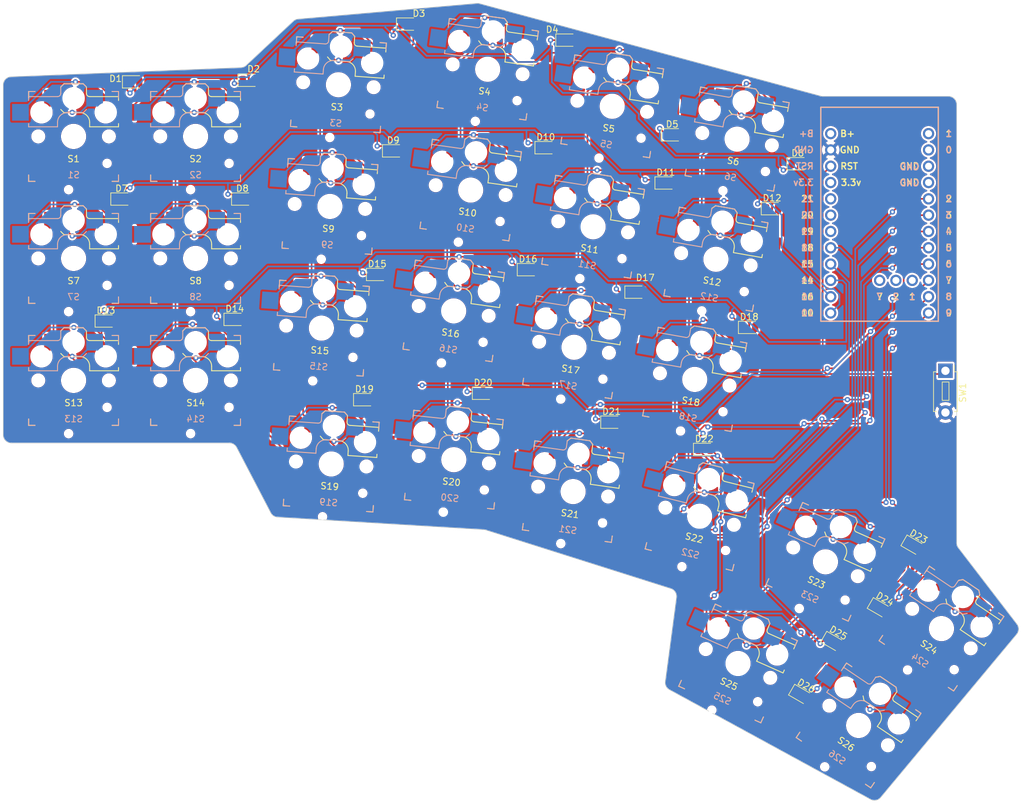
<source format=kicad_pcb>
(kicad_pcb (version 20240108) (generator "pcbnew") (generator_version "8.0")
  (title_block (title "simple_split") (rev "v1.0.0") (company "Unknown"))
  (layers (0 "F.Cu" signal) (31 "B.Cu" signal) (34 "B.Paste" user) (35 "F.Paste" user) (36 "B.SilkS" user "B.Silkscreen") (37 "F.SilkS" user "F.Silkscreen") (38 "B.Mask" user) (39 "F.Mask" user) (44 "Edge.Cuts" user))
  (net 0 "")
  (net 1 "Net-(D1-A)")
  (net 2 "Col_5")
  (net 3 "Net-(D2-A)")
  (net 4 "Net-(D3-A)")
  (net 5 "Net-(D4-A)")
  (net 6 "Net-(D5-A)")
  (net 7 "Net-(D6-A)")
  (net 8 "Net-(D7-A)")
  (net 9 "Net-(D8-A)")
  (net 10 "Net-(D9-A)")
  (net 11 "Net-(D10-A)")
  (net 12 "Net-(D11-A)")
  (net 13 "Net-(D12-A)")
  (net 14 "Row_3")
  (net 15 "Net-(D13-A)")
  (net 16 "Net-(D14-A)")
  (net 17 "Net-(D15-A)")
  (net 18 "Net-(D16-A)")
  (net 19 "Net-(D17-A)")
  (net 20 "Net-(D18-A)")
  (net 21 "Row_4")
  (net 22 "Net-(D19-A)")
  (net 23 "Net-(D20-A)")
  (net 24 "Net-(D21-A)")
  (net 25 "Net-(D22-A)")
  (net 26 "Net-(D23-A)")
  (net 27 "Net-(D24-A)")
  (net 28 "Net-(D25-A)")
  (net 29 "Row_5")
  (net 30 "Net-(D26-A)")
  (net 31 "Col_1")
  (net 32 "Col_2")
  (net 33 "Col_3")
  (net 34 "Col_4")
  (net 35 "Col_6")
  (net 36 "Col_7")
  (net 37 "Col_8")
  (net 46 "Row_1")
  (net 47 "Row_2")
  (net 51 "+BATT")
  (net 52 "GND")
  (net 53 "RESET")
  (footprint "Kailh Sockets:REVERSED_Kailh_socket_PG1350_reversible" (layer "F.Cu") (at 261.378278 134.322158 -9)
    (property "Reference" "S11")
    (property "Value" "Keyswitch")
  )
  (footprint "Diode_SMD:D_0805_2012Metric" (layer "F.Cu") (at 187.9375 130)
    (property "Reference" "D7")
    (property "Value" "Diode")
  )
  (footprint "Kailh Sockets:REVERSED_Kailh_socket_PG1350_reversible" (layer "F.Cu") (at 258.406023 153.088237 -9)
    (property "Reference" "S17")
    (property "Value" "Keyswitch")
  )
  (footprint "Diode_SMD:D_0805_2012Metric" (layer "F.Cu") (at 272.6875 127.5)
    (property "Reference" "D11")
    (property "Value" "Diode")
  )
  (footprint "Kailh Sockets:REVERSED_Kailh_socket_PG1350_reversible" (layer "F.Cu") (at 220.385315 131.15136 -4)
    (property "Reference" "S9")
    (property "Value" "Keyswitch")
  )
  (footprint "Diode_SMD:D_0805_2012Metric" (layer "F.Cu") (at 285.6875 150)
    (property "Reference" "D18")
    (property "Value" "Diode")
  )
  (footprint "Kailh Sockets:REVERSED_Kailh_socket_PG1350_reversible" (layer "F.Cu") (at 244.9518 109.791363 -8)
    (property "Reference" "S4")
    (property "Value" "Keyswitch")
  )
  (footprint "Kailh Sockets:REVERSED_Kailh_socket_PG1350_reversible" (layer "F.Cu") (at 283.802138 120.670785 -10)
    (property "Reference" "S6")
    (property "Value" "Keyswitch")
  )
  (footprint "Diode_SMD:D_0805_2012Metric" (layer "F.Cu") (at 207.75 111.5)
    (property "Reference" "D2")
    (property "Value" "Diode")
  )
  (footprint "Diode_SMD:D_0805_2012Metric" (layer "F.Cu") (at 185.5 149)
    (property "Reference" "D13")
    (property "Value" "Diode")
  )
  (footprint "Diode_SMD:D_0805_2012Metric" (layer "F.Cu") (at 227.75 141.75)
    (property "Reference" "D15")
    (property "Value" "Diode")
  )
  (footprint "Kailh Sockets:REVERSED_Kailh_socket_PG1350_reversible" (layer "F.Cu") (at 242.307511 128.606456 -8)
    (property "Reference" "S10")
    (property "Value" "Keyswitch")
  )
  (footprint "Diode_SMD:D_0805_2012Metric" (layer "F.Cu") (at 311.25 184 -30)
    (property "Reference" "D23")
    (property "Value" "Diode")
  )
  (footprint "Kailh Sockets:REVERSED_Kailh_socket_PG1350_reversible" (layer "F.Cu") (at 180.461365 120.246076)
    (property "Reference" "S1")
    (property "Value" "Keyswitch")
  )
  (footprint "Kailh Sockets:REVERSED_Kailh_socket_PG1350_reversible" (layer "F.Cu") (at 221.710688 112.197643 -4)
    (property "Reference" "S3")
    (property "Value" "Keyswitch")
  )
  (footprint "Kailh Sockets:REVERSED_Kailh_socket_PG1350_reversible" (layer "F.Cu") (at 180.461365 139.246076)
    (property "Reference" "S7")
    (property "Value" "Keyswitch")
  )
  (footprint "Kailh Sockets:REVERSED_Kailh_socket_PG1350_reversible" (layer "F.Cu") (at 277.966717 179.397324 -14)
    (property "Reference" "S22")
    (property "Value" "Keyswitch")
  )
  (footprint "Diode_SMD:D_0805_2012Metric" (layer "F.Cu") (at 254 122)
    (property "Reference" "D10")
    (property "Value" "Diode")
  )
  (footprint "Diode_SMD:D_0805_2012Metric" (layer "F.Cu") (at 268 144.5)
    (property "Reference" "D17")
    (property "Value" "Diode")
  )
  (footprint "Kailh Sockets:REVERSED_Kailh_socket_PG1350_reversible" (layer "F.Cu") (at 199.461365 139.246076)
    (property "Reference" "S8")
    (property "Value" "Keyswitch")
  )
  (footprint "Diode_SMD:D_0805_2012Metric" (layer "F.Cu") (at 293.75 207.25 -30)
    (property "Reference" "D26")
    (property "Value" "Diode")
  )
  (footprint "Diode_SMD:D_0805_2012Metric" (layer "F.Cu") (at 206.75 130)
    (property "Reference" "D8")
    (property "Value" "Diode")
  )
  (footprint "Kailh Sockets:REVERSED_Kailh_socket_PG1350_reversible" (layer "F.Cu") (at 239.680978 170.593437 -6)
    (property "Reference" "S20")
    (property "Value" "Keyswitch")
  )
  (footprint "Diode_SMD:D_0805_2012Metric" (layer "F.Cu") (at 205.5625 148.75)
    (property "Reference" "D14")
    (property "Value" "Diode")
  )
  (footprint "Kailh Sockets:REVERSED_Kailh_socket_PG1350_reversible" (layer "F.Cu") (at 283.950634 202.332423 -24)
    (property "Reference" "S25")
    (property "Value" "Keyswitch")
  )
  (footprint "ScottoKeebs_Components:Button_MJTP1243" (layer "F.Cu") (at 316.25 156.75 -90)
    (property "Reference" "SW1")
    (property "Value" "Switch")
  )
  (footprint "Diode_SMD:D_0805_2012Metric" (layer "F.Cu") (at 289.25 131.5)
    (property "Reference" "D12")
    (property "Value" "Diode")
  )
  (footprint "Kailh Sockets:REVERSED_Kailh_socket_PG1350_reversible" (layer "F.Cu") (at 180.461365 158.246076)
    (property "Reference" "S13")
    (property "Value" "Keyswitch")
  )
  (footprint "Kailh Sockets:REVERSED_Kailh_socket_PG1350_reversible" (layer "F.Cu") (at 280.502823 139.382133 -10)
    (property "Reference" "S12")
    (property "Value" "Keyswitch")
  )
  (footprint "Diode_SMD:D_0805_2012Metric" (layer "F.Cu") (at 244.25 160.25)
    (property "Reference" "D20")
    (property "Value" "Diode")
  )
  (footprint "Kailh Sockets:REVERSED_Kailh_socket_PG1350_reversible" (layer "F.Cu") (at 220.587748 171.263192 -4)
    (property "Reference" "S19")
    (property "Value" "Keyswitch")
  )
  (footprint "Diode_SMD:D_0805_2012Metric" (layer "F.Cu") (at 232.4375 102.75)
    (property "Reference" "D3")
    (property "Value" "Diode")
  )
  (footprint "Diode_SMD:D_0805_2012Metric" (layer "F.Cu") (at 298.75 199 -30)
    (property "Reference" "D25")
    (property "Value" "Diode")
  )
  (footprint "Kailh Sockets:REVERSED_Kailh_socket_PG1350_reversible" (layer "F.Cu") (at 199.461365 120.246076)
    (property "Reference" "S2")
    (property "Value" "Keyswitch")
  )
  (footprint "Kailh Sockets:REVERSED_Kailh_socket_PG1350_reversible" (layer "F.Cu") (at 219.059942 150.105077 -4)
    (property "Reference" "S15")
    (property "Value" "Keyswitch")
  )
  (footprint "Diode_SMD:D_0805_2012Metric" (layer "F.Cu") (at 306 193.75 -30)
    (property "Reference" "D24")
    (property "Value" "Diode")
  )
  (footprint "Diode_SMD:D_0805_2012Metric" (layer "F.Cu") (at 257.25 105.25)
    (property "Reference" "D4")
    (property "Value" "Diode")
  )
  (footprint "Kailh Sockets:REVERSED_Kailh_socket_PG1350_reversible" (layer "F.Cu") (at 302.730736 211.988059 -34)
    (property "Reference" "S26")
    (property "Value" "Keyswitch")
  )
  (footprint "Kailh Sockets:REVERSED_Kailh_socket_PG1350_reversible" (layer "F.Cu") (at 258.263309 175.563043 -8)
    (property "Reference" "S21")
    (property "Value" "Keyswitch")
  )
  (footprint "Diode_SMD:D_0805_2012Metric" (layer "F.Cu") (at 189.75 111.75)
    (property "Reference" "D1")
    (property "Value" "Diode")
  )
  (footprint "Kailh Sockets:REVERSED_Kailh_socket_PG1350_reversible" (layer "F.Cu") (at 239.663222 147.421549 -8)
    (property "Reference" "S16")
    (property "Value" "Keyswitch")
  )
  (footprint "Diode_SMD:D_0805_2012Metric" (layer "F.Cu") (at 264.25 164.75)
    (property "Reference" "D21")
    (property "Value" "Diode")
  )
  (footprint "Kailh Sockets:REVERSED_Kailh_socket_PG1350_reversible" (layer "F.Cu") (at 277.203507 158.09348 -10)
    (property "Reference" "S18")
    (property "Value" "Keyswitch")
  )
  (footprint "Diode_SMD:D_0805_2012Metric" (layer "F.Cu") (at 225.75 161.25)
    (property "Reference" "D19")
    (property "Value" "Diode")
  )
  (footprint "Diode_SMD:D_0805_2012Metric" (layer "F.Cu") (at 273.6875 120)
    (property "Reference" "D5")
    (property "Value" "Diode")
  )
  (footprint "Diode_SMD:D_0805_2012Metric" (layer "F.Cu") (at 251.25 141)
    (property "Reference" "D16")
    (property "Value" "Diode")
  )
  (footprint "Kailh Sockets:REVERSED_Kailh_socket_PG1350_reversible" (layer "F.Cu") (at 199.461365 158.246076)
    (property "Reference" "S14")
    (property "Value" "Keyswitch")
  )
  (footprint "Kailh Sockets:REVERSED_Kailh_socket_PG1350_reversible" (layer "F.Cu") (at 297.566639 186.501934 -24)
    (property "Reference" "S23")
    (property "Value" "Keyswitch")
  )
  (footprint "Diode_SMD:D_0805_2012Metric" (layer "F.Cu") (at 278.6875 169)
    (property "Reference" "D22")
    (property "Value" "Diode")
  )
  (footprint "Diode_SMD:D_0805_2012Metric" (layer "F.Cu") (at 293.25 124.5)
    (property "Reference" "D6")
    (property "Value" "Diode")
  )
  (footprint "Kailh Sockets:REVERSED_Kailh_socket_PG1350_reversible" (layer "F.Cu") (at 264.350533 115.55608 -9)
    (property "Reference" "S5")
    (property "Value" "Keyswitch")
  )
  (footprint "Diode_SMD:D_0805_2012Metric" (layer "F.Cu") (at 230.25 122.5)
    (property "Reference" "D9")
    (property "Value" "Diode")
  )
  (footprint "Kailh Sockets:REVERSED_Kailh_socket_PG1350_reversible" (layer "F.Cu") (at 315.635092 196.9021 -34)
    (property "Reference" "S24")
    (property "Value" "Keyswitch")
  )
  (footprint "ScottoKeebs_MCU:Nice_Nano_V2" (layer "B.Cu") (at 306 133.5 180)
    (property "Reference" "U1" (hide yes))
    (property "Value" "Nice_Nano_V2" (hide yes))
  )
  (gr_arc (start 207.345135 109.176435) (mid 206.967071 109.421367) (end 206.527289 109.518908) (stroke (width 0.1)) (layer "Edge.Cuts"))
  (gr_arc (start 306.167788 223.198654) (mid 305.430042 223.63314) (end 304.584175 223.50064) (stroke (width 0.1)) (layer "Edge.Cuts"))
  (gr_arc (start 297.169053 114) (mid 297.001478 113.988896) (end 296.836833 113.955777) (stroke (width 0.1)) (layer "Edge.Cuts"))
  (gr_arc (start 318.290879 184.352116) (mid 318.074931 183.973053) (end 318 183.543277) (stroke (width 0.1)) (layer "Edge.Cuts"))
  (gr_line (start 318 115.27) (end 318 183.543277) (stroke (width 0.1)) (layer "Edge.Cuts"))
  (gr_arc (start 327.381363 196.194113) (mid 327.643687 196.992856) (end 327.349601 197.780478) (stroke (width 0.1)) (layer "Edge.Cuts"))
  (gr_line (start 211.167774 178.863234) (end 205.856109 168.682541) (stroke (width 0.1)) (layer "Edge.Cuts"))
  (gr_line (start 318.290879 184.352116) (end 327.381363 196.194113) (stroke (width 0.1)) (layer "Edge.Cuts"))
  (gr_arc (start 244.343192 181.490496) (mid 244.498231 181.509523) (end 244.649765 181.547426) (stroke (width 0.1)) (layer "Edge.Cuts"))
  (gr_line (start 297.169053 114) (end 316.73 114) (stroke (width 0.1)) (layer "Edge.Cuts"))
  (gr_line (start 272.61453 205.141024) (end 274.359101 192.056746) (stroke (width 0.1)) (layer "Edge.Cuts"))
  (gr_arc (start 243.2749 99.519746) (mid 243.498236 99.519868) (end 243.718097 99.55911) (stroke (width 0.1)) (layer "Edge.Cuts"))
  (gr_line (start 204.730146 168) (end 170.77 168) (stroke (width 0.1)) (layer "Edge.Cuts"))
  (gr_arc (start 316.73 114) (mid 317.628026 114.371974) (end 318 115.27) (stroke (width 0.1)) (layer "Edge.Cuts"))
  (gr_line (start 207.345135 109.176435) (end 214.679716 102.300266) (stroke (width 0.1)) (layer "Edge.Cuts"))
  (gr_line (start 243.718097 99.55911) (end 296.836833 113.955777) (stroke (width 0.1)) (layer "Edge.Cuts"))
  (gr_arc (start 273.258075 206.419857) (mid 272.738936 205.879761) (end 272.61453 205.141024) (stroke (width 0.1)) (layer "Edge.Cuts"))
  (gr_arc (start 214.679716 102.300266) (mid 215.030093 102.067332) (end 215.437344 101.961637) (stroke (width 0.1)) (layer "Edge.Cuts"))
  (gr_line (start 215.437344 101.961637) (end 243.2749 99.519746) (stroke (width 0.1)) (layer "Edge.Cuts"))
  (gr_arc (start 170.77 168) (mid 169.871974 167.628026) (end 169.5 166.73) (stroke (width 0.1)) (layer "Edge.Cuts"))
  (gr_arc (start 169.5 112.220216) (mid 169.854198 111.340309) (end 170.719241 110.95123) (stroke (width 0.1)) (layer "Edge.Cuts"))
  (gr_line (start 273.483643 190.678154) (end 244.649765 181.547426) (stroke (width 0.1)) (layer "Edge.Cuts"))
  (gr_arc (start 212.216908 179.543449) (mid 211.602822 179.341407) (end 211.167774 178.863234) (stroke (width 0.1)) (layer "Edge.Cuts"))
  (gr_line (start 170.719241 110.95123) (end 206.527289 109.518908) (stroke (width 0.1)) (layer "Edge.Cuts"))
  (gr_arc (start 204.730146 168) (mid 205.38847 168.183976) (end 205.856109 168.682541) (stroke (width 0.1)) (layer "Edge.Cuts"))
  (gr_line (start 304.584175 223.50064) (end 273.258075 206.419857) (stroke (width 0.1)) (layer "Edge.Cuts"))
  (gr_line (start 244.343192 181.490496) (end 212.216908 179.543449) (stroke (width 0.1)) (layer "Edge.Cuts"))
  (gr_arc (start 273.483643 190.678154) (mid 274.172334 191.208079) (end 274.359101 192.056746) (stroke (width 0.1)) (layer "Edge.Cuts"))
  (gr_line (start 327.349601 197.780478) (end 306.167788 223.198654) (stroke (width 0.1)) (layer "Edge.Cuts"))
  (gr_line (start 169.5 166.73) (end 169.5 112.220216) (stroke (width 0.1)) (layer "Edge.Cuts"))
  (segment (start 183.990289 111.75) (end 180.75 111.75) (width 0.25) (layer "F.Cu") (net 1))
  (segment (start 188.736365 116.496076) (end 183.990289 111.75) (width 0.25) (layer "F.Cu") (net 1))
  (segment (start 190.6875 114.544941) (end 188.736365 116.496076) (width 0.25) (layer "F.Cu") (net 1))
  (segment (start 190.6875 111.75) (end 190.6875 114.544941) (width 0.25) (layer "F.Cu") (net 1))
  (via (at 180.75 111.75) (size 0.8) (drill 0.4) (layers "F.Cu" "B.Cu") (net 1))
  (segment (start 180.75 111.75) (end 176.932441 111.75) (width 0.25) (layer "B.Cu") (net 1))
  (segment (start 176.932441 111.75) (end 172.186365 116.496076) (width 0.25) (layer "B.Cu") (net 1))
  (segment (start 255.47264 168.839535) (end 255.47264 149.835454) (width 0.25) (layer "F.Cu") (net 2))
  (segment (start 261.891295 130.75) (end 262 130.75) (width 0.25) (layer "F.Cu") (net 2))
  (segment (start 309.7413 142.172405) (end 309.7413 143.7587) (width 0.25) (layer "F.Cu") (net 2))
  (segment (start 311.783705 140.13) (end 309.7413 142.172405) (width 0.25) (layer "F.Cu") (net 2))
  (segment (start 262.046639 111.673808) (end 260.5 113.220447) (width 0.25) (layer "F.Cu") (net 2))
  (segment (start 255.848261 169.215156) (end 255.47264 168.839535) (width 0.25) (layer "F.Cu") (net 2))
  (segment (start 259.074384 141.403817) (end 256.102128 144.376073) (width 0.25) (layer "F.Cu") (net 2))
  (segment (start 255.848261 169.215156) (end 258.451979 171.818874) (width 0.25) (layer "F.Cu") (net 2))
  (segment (start 255.47264 149.835454) (end 256.102128 149.205966) (width 0.25) (layer "F.Cu") (net 2))
  (segment (start 259.074384 127.933089) (end 261.891295 130.75) (width 0.25) (layer "F.Cu") (net 2))
  (segment (start 258.90296 149.5) (end 259.25 149.5) (width 0.25) (layer "F.Cu") (net 2))
  (segment (start 255.848261 169.215156) (end 255.848261 167.90238) (width 0.25) (layer "F.Cu") (net 2))
  (segment (start 256.102128 146.699168) (end 258.90296 149.5) (width 0.25) (layer "F.Cu") (net 2))
  (segment (start 260.5 113.220447) (end 260.5 126.507473) (width 0.25) (layer "F.Cu") (net 2))
  (segment (start 297.862347 156.362347) (end 298.862348 156.362347) (width 0.25) (layer "F.Cu") (net 2))
  (segment (start 298.862348 156.362347) (end 304.59168 150.633015) (width 0.25) (layer "F.Cu") (net 2))
  (segment (start 258.451979 171.818874) (end 258.996972 171.818874) (width 0.25) (layer "F.Cu") (net 2))
  (segment (start 260.5 126.507473) (end 259.074384 127.933089) (width 0.25) (layer "F.Cu") (net 2))
  (segment (start 255.848261 167.90238) (end 261.750641 162) (width 0.25) (layer "F.Cu") (net 2))
  (segment (start 264.708716 111.829089) (end 265.248804 111.829089) (width 0.25) (layer "F.Cu") (net 2))
  (segment (start 313.62 140.13) (end 311.783705 140.13) (width 0.25) (layer "F.Cu") (net 2))
  (segment (start 256.102128 144.376073) (end 256.102128 146.699168) (width 0.25) (layer "F.Cu") (net 2))
  (segment (start 309.7413 143.7587) (end 308 145.5) (width 0.25) (layer "F.Cu") (net 2))
  (segment (start 256.102128 149.205966) (end 256.102128 146.699168) (width 0.25) (layer "F.Cu") (net 2))
  (segment (start 261.750641 162) (end 262.5 162) (width 0.25) (layer "F.Cu") (net 2))
  (segment (start 262.046639 109.167012) (end 262.046639 111.673808) (width 0.25) (layer "F.Cu") (net 2))
  (segment (start 262.046639 109.167012) (end 264.708716 111.829089) (width 0.25) (layer "F.Cu") (net 2))
  (segment (start 259.074384 127.933089) (end 259.074384 141.403817) (width 0.25) (layer "F.Cu") (net 2))
  (via (at 308 145.5) (size 0.8) (drill 0.4) (layers "F.Cu" "B.Cu") (net 2))
  (via (at 297.862347 156.362347) (size 0.8) (drill 0.4) (layers "F.Cu" "B.Cu") (net 2))
  (via (at 262.5 162) (size 0.8) (drill 0.4) (layers "F.Cu" "B.Cu") (net 2))
  (via (at 265.248804 111.829089) (size 0.8) (drill 0.4) (layers "F.Cu" "B.Cu") (net 2))
  (via (at 262 130.75) (size 0.8) (drill 0.4) (layers "F.Cu" "B.Cu") (net 2))
  (via (at 258.996972 171.818874) (size 0.8) (drill 0.4) (layers "F.Cu" "B.Cu") (net 2))
  (via (at 259.25 149.5) (size 0.8) (drill 0.4) (layers "F.Cu" "B.Cu") (net 2))
  (via (at 304.59168 150.633015) (size 0.8) (drill 0.4) (layers "F.Cu" "B.Cu") (net 2))
  (segment (start 285.846802 156.918981) (end 297.305713 156.918981) (width 0.25) (layer "B.Cu") (net 2))
  (segment (start 297.305713 156.918981) (end 297.862347 156.362347) (width 0.25) (layer "B.Cu") (net 2))
  (segment (start 260.642383 171.818874) (end 262.334517 170.12674) (width 0.25) (layer "B.Cu") (net 2))
  (segment (start 262.5 162) (end 277.934811 162) (width 0.25) (layer "B.Cu") (net 2))
  (segment (start 285.347386 157.418397) (end 285.846802 156.918981) (width 0.25) (layer "B.Cu") (net 2))
  (segment (start 266.878565 111.829089) (end 268.515997 110.191657) (width 0.25) (layer "B.Cu") (net 2))
  (segment (start 277.934811 162) (end 282.516414 157.418397) (width 0.25) (layer "B.Cu") (net 2))
  (segment (start 308 147.224695) (end 308 145.5) (width 0.25) (layer "B.Cu") (net 2))
  (segment (start 260.795302 149.5) (end 262.571487 147.723815) (width 0.25) (layer "B.Cu") (net 2))
  (segment (start 282.516414 157.418397) (end 285.347386 157.418397) (width 0.25) (layer "B.Cu") (net 2))
  (segment (start 262 130.75) (end 263.751478 130.75) (width 0.25) (layer "B.Cu") (net 2))
  (segment (start 263.751478 130.75) (end 265.543743 128.957735) (width 0.25) (layer "B.Cu") (net 2))
  (segment (start 259.25 149.5) (end 260.795302 149.5) (width 0.25) (layer "B.Cu") (net 2))
  (segment (start 258.996972 171.818874) (end 260.642383 171.818874) (width 0.25) (layer "B.Cu") (net 2))
  (segment (start 304.59168 150.633015) (end 308 147.224695) (width 0.25) (layer "B.Cu") (net 2))
  (segment (start 265.248804 111.829089) (end 266.878565 111.829089) (width 0.25) (layer "B.Cu") (net 2))
  (segment (start 208.6875 111.5) (end 208.6875 115.544941) (width 0.25) (layer "F.Cu") (net 3))
  (segment (start 202.990289 111.75) (end 199.25 111.75) (width 0.25) (layer "F.Cu") (net 3))
  (segment (start 207.736365 116.496076) (end 202.990289 111.75) (width 0.25) (layer "F.Cu") (net 3))
  (segment (start 208.6875 115.544941) (end 207.736365 116.496076) (width 0.25) (layer "F.Cu") (net 3))
  (via (at 199.25 111.75) (size 0.8) (drill 0.4) (layers "F.Cu" "B.Cu") (net 3))
  (segment (start 199.25 111.75) (end 195.932441 111.75) (width 0.25) (layer "B.Cu") (net 3))
  (segment (start 195.932441 111.75) (end 191.186365 116.496076) (width 0.25) (layer "B.Cu") (net 3))
  (segment (start 233.375 102.75) (end 233.375 105.88613) (width 0.25) (layer "F.Cu") (net 4))
  (segment (start 230.227117 109.034013) (end 224.943104 103.75) (width 0.25) (layer "F.Cu") (net 4))
  (segment (start 224.943104 103.75) (end 222 103.75) (width 0.25) (layer "F.Cu") (net 4))
  (segment (start 233.375 105.88613) (end 230.227117 109.034013) (width 0.25) (layer "F.Cu") (net 4))
  (via (at 222 103.75) (size 0.8) (drill 0.4) (layers "F.Cu" "B.Cu") (net 4))
  (segment (start 217.846975 103.75) (end 213.717432 107.879543) (width 0.25) (layer "B.Cu") (net 4))
  (segment (start 222 103.75) (end 217.846975 103.75) (width 0.25) (layer "B.Cu") (net 4))
  (segment (start 246.5 101.75) (end 247.75 103) (width 0.25) (layer "F.Cu") (net 5))
  (segment (start 244.5 101.75) (end 246.5 101.75) (width 0.25) (layer "F.Cu") (net 5))
  (segment (start 247.75 103) (end 247.75 106.750334) (width 0.25) (layer "F.Cu") (net 5))
  (segment (start 247.75 106.750334) (end 249.648389 108.648723) (width 0.25) (layer "F.Cu") (net 5))
  (segment (start 256.207985 107.229515) (end 253.668167 107.229515) (width 0.25) (layer "F.Cu") (net 5))
  (segment (start 252.248959 108.648723) (end 253.668167 107.229515) (width 0.25) (layer "F.Cu") (net 5))
  (segment (start 258.1875 105.25) (end 256.207985 107.229515) (width 0.25) (layer "F.Cu") (net 5))
  (segment (start 249.648389 108.648723) (end 252.248959 108.648723) (width 0.25) (layer "F.Cu") (net 5))
  (via (at 244.5 101.75) (size 0.8) (drill 0.4) (layers "F.Cu" "B.Cu") (net 5))
  (segment (start 244.5 101.75) (end 244.25 101.5) (width 0.25) (layer "B.Cu") (net 5))
  (segment (start 244.25 101.5) (end 240.705431 101.5) (width 0.25) (layer "B.Cu") (net 5))
  (segment (start 240.705431 101.5) (end 237.279231 104.9262) (width 0.25) (layer "B.Cu") (net 5))
  (segment (start 273.110283 113.146744) (end 266.713539 106.75) (width 0.25) (layer "F.Cu") (net 6))
  (segment (start 274.625 114.661461) (end 273.110283 113.146744) (width 0.25) (layer "F.Cu") (net 6))
  (segment (start 274.625 120) (end 274.625 114.661461) (width 0.25) (layer "F.Cu") (net 6))
  (segment (start 266.713539 106.75) (end 265.5 106.75) (width 0.25) (layer "F.Cu") (net 6))
  (via (at 265.5 106.75) (size 0.8) (drill 0.4) (layers "F.Cu" "B.Cu") (net 6))
  (segment (start 260.571795 106.75) (end 256.764041 110.557754) (width 0.25) (layer "B.Cu") (net 6))
  (segment (start 265.5 106.75) (end 260.571795 106.75) (width 0.25) (layer "B.Cu") (net 6))
  (segment (start 292.602603 118.414695) (end 286.187908 112) (width 0.25) (layer "F.Cu") (net 7))
  (segment (start 294.1875 124.5) (end 294.1875 119.999592) (width 0.25) (layer "F.Cu") (net 7))
  (segment (start 294.1875 119.999592) (end 292.602603 118.414695) (width 0.25) (layer "F.Cu") (net 7))
  (segment (start 286.187908 112) (end 285.25 112) (width 0.25) (layer "F.Cu") (net 7))
  (via (at 285.25 112) (size 0.8) (drill 0.4) (layers "F.Cu" "B.Cu") (net 7))
  (segment (start 285.25 112) (end 284.75 112.5) (width 0.25) (layer "B.Cu") (net 7))
  (segment (start 279.344852 112.5) (end 276.304035 115.540817) (width 0.25) (layer "B.Cu") (net 7))
  (segment (start 284.75 112.5) (end 279.344852 112.5) (width 0.25) (layer "B.Cu") (net 7))
  (segment (start 184.08384 130.843551) (end 180.634667 130.843551) (width 0.25) (layer "F.Cu") (net 8))
  (segment (start 188.875 130) (end 188.875 135.357441) (width 0.25) (layer "F.Cu") (net 8))
  (segment (start 188.736365 135.496076) (end 184.08384 130.843551) (width 0.25) (layer "F.Cu") (net 8))
  (segment (start 188.875 135.357441) (end 188.736365 135.496076) (width 0.25) (layer "F.Cu") (net 8))
  (via (at 180.634667 130.843551) (size 0.8) (drill 0.4) (layers "F.Cu" "B.Cu") (net 8))
  (segment (start 180.634667 130.843551) (end 176.83889 130.843551) (width 0.25) (layer "B.Cu") (net 8))
  (segment (start 176.83889 130.843551) (end 172.186365 135.496076) (width 0.25) (layer "B.Cu") (net 8))
  (segment (start 207.6875 130) (end 207.6875 135.447211) (width 0.25) (layer "F.Cu") (net 9))
  (segment (start 207.6875 135.447211) (end 207.736365 135.496076) (width 0.25) (layer "F.Cu") (net 9))
  (segment (start 202.990289 130.75) (end 199.25 130.75) (width 0.25) (layer "F.Cu") (net 9))
  (segment (start 207.736365 135.496076) (end 202.990289 130.75) (width 0.25) (layer "F.Cu") (net 9))
  (via (at 199.25 130.75) (size 0.8) (drill 0.4) (layers "F.Cu" "B.Cu") (net 9))
  (segment (start 195.932441 130.75) (end 191.186365 135.496076) (width 0.25) (layer "B.Cu") (net 9))
  (segment (start 199.25 130.75) (end 195.932441 130.75) (width 0.25) (layer "B.Cu") (net 9))
  (segment (start 231.1875 125.701974) (end 228.901744 127.98773) (width 0.25) (layer "F.Cu") (net 10))
  (segment (start 228.901744 127.98773) (end 223.664014 122.75) (width 0.25) (layer "F.Cu") (net 10))
  (segment (start 231.1875 122.5) (end 231.1875 125.701974) (width 0.25) (layer "F.Cu") (net 10))
  (segment (start 223.664014 122.75) (end 220.75 122.75) (width 0.25) (layer "F.Cu") (net 10))
  (via (at 220.75 122.75) (size 0.8) (drill 0.4) (layers "F.Cu" "B.Cu") (net 10))
  (segment (start 220.75 122.75) (end 216.475319 122.75) (width 0.25) (layer "B.Cu") (net 10))
  (segment (start 216.475319 122.75) (end 212.392059 126.83326) (width 0.25) (layer "B.Cu") (net 10))
  (segment (start 251.023878 126.044608) (end 244.97927 120) (width 0.25) (layer "F.Cu") (net 11))
  (segment (start 244.97927 120) (end 242.75 120) (width 0.25) (layer "F.Cu") (net 11))
  (segment (start 251.023878 125.913622) (end 254.9375 122) (width 0.25) (layer "F.Cu") (net 11))
  (segment (start 251.023878 126.044608) (end 251.023878 125.913622) (width 0.25) (layer "F.Cu") (net 11))
  (via (at 242.75 120) (size 0.8) (drill 0.4) (layers "F.Cu" "B.Cu") (net 11))
  (segment (start 242.75 120) (end 238.376235 120) (width 0.25) (layer "B.Cu") (net 11))
  (segment (start 238.376235 120) (end 234.634942 123.741293) (width 0.25) (layer "B.Cu") (net 11))
  (segment (start 263.725206 125.5) (end 262 125.5) (width 0.25) (layer "F.Cu") (net 12))
  (segment (start 273.625 128.42585) (end 273.625 127.5) (width 0.25) (layer "F.Cu") (net 12))
  (segment (start 270.138028 131.912822) (end 263.725206 125.5) (width 0.25) (layer "F.Cu") (net 12))
  (segment (start 270.138028 131.912822) (end 273.625 128.42585) (width 0.25) (layer "F.Cu") (net 12))
  (via (at 262 125.5) (size 0.8) (drill 0.4) (layers "F.Cu" "B.Cu") (net 12))
  (segment (start 257.615617 125.5) (end 253.791786 129.323831) (width 0.25) (layer "B.Cu") (net 12))
  (segment (start 262 125.5) (end 257.615617 125.5) (width 0.25) (layer "B.Cu") (net 12))
  (segment (start 290.1875 136.241831) (end 289.303288 137.126043) (width 0.25) (layer "F.Cu") (net 13))
  (segment (start 289.303288 137.126043) (end 289.303288 135.805988) (width 0.25) (layer "F.Cu") (net 13))
  (segment (start 283.7473 130.25) (end 281.75 130.25) (width 0.25) (layer "F.Cu") (net 13))
  (segment (start 289.303288 135.805988) (end 283.7473 130.25) (width 0.25) (layer "F.Cu") (net 13))
  (segment (start 290.1875 131.5) (end 290.1875 136.241831) (width 0.25) (layer "F.Cu") (net 13))
  (via (at 281.75 130.25) (size 0.8) (drill 0.4) (layers "F.Cu" "B.Cu") (net 13))
  (segment (start 281.75 130.25) (end 277.006885 130.25) (width 0.25) (layer "B.Cu") (net 13))
  (segment (start 277.006885 130.25) (end 273.00472 134.252165) (width 0.25) (layer "B.Cu") (net 13))
  (segment (start 265.5 144.5) (end 265 144) (width 0.25) (layer "F.Cu") (net 14))
  (segment (start 225.75 141.75) (end 225.5 141.5) (width 0.25) (layer "F.Cu") (net 14))
  (segment (start 250.3125 141) (end 250 141) (width 0.25) (layer "F.Cu") (net 14))
  (segment (start 284.75 150) (end 283 148.25) (width 0.25) (layer "F.Cu") (net 14))
  (segment (start 267.0625 144.5) (end 265.5 144.5) (width 0.25) (layer "F.Cu") (net 14))
  (segment (start 250 141) (end 248.75 139.75) (width 0.25) (layer "F.Cu") (net 14))
  (segment (start 184.5625 147.9375) (end 185.25 147.25) (width 0.25) (layer "F.Cu") (net 14))
  (segment (start 226.8125 141.75) (end 225.75 141.75) (width 0.25) (layer "F.Cu") (net 14))
  (segment (start 204.625 148.75) (end 203.25 148.75) (width 0.25) (layer "F.Cu") (net 14))
  (segment (start 203.25 148.75) (end 202.75 148.25) (width 0.25) (layer "F.Cu") (net 14))
  (segment (start 184.5625 149) (end 184.5625 147.9375) (width 0.25) (layer "F.Cu") (net 14))
  (via (at 185.25 147.25) (size 0.8) (drill 0.4) (layers "F.Cu" "B.Cu") (net 14))
  (via (at 265 144) (size 0.8) (drill 0.4) (layers "F.Cu" "B.Cu") (net 14))
  (via (at 202.75 148.25) (size 0.8) (drill 0.4) (layers "F.Cu" "B.Cu") (net 14))
  (via (at 248.75 139.75) (size 0.8) (drill 0.4) (layers "F.Cu" "B.Cu") (net 14))
  (via (at 283 148.25) (size 0.8) (drill 0.4) (layers "F.Cu" "B.Cu") (net 14))
  (via (at 225.5 141.5) (size 0.8) (drill 0.4) (layers "F.Cu" "B.Cu") (net 14))
  (segment (start 248.25 138.275) (end 249.525 138.275) (width 0.25) (layer "B.Cu") (net 14))
  (segment (start 185.25 147.25) (end 185.829224 146.670776) (width 0.25) (layer "B.Cu") (net 14))
  (segment (start 269.25 142.75) (end 272.25 145.75) (width 0.25) (layer "B.Cu") (net 14))
  (segment (start 248.75 138.775) (end 248.25 138.275) (width 0.25) (layer "B.Cu") (net 14))
  (segment (start 283 147.25) (end 283.375 146.875) (width 0.25) (layer "B.Cu") (net 14))
  (segment (start 272.25 145.75) (end 282.25 145.75) (width 0.25) (layer "B.Cu") (net 14))
  (segment (start 264.75 142.75) (end 269.25 142.75) (width 0.25) (layer "B.Cu") (net 14))
  (segment (start 288.75 152.25) (end 300.8 152.25) (width 0.25) (layer "B.Cu") (net 14))
  (segment (start 283.375 146.875) (end 288.75 152.25) (width 0.25) (layer "B.Cu") (net 14))
  (segment (start 250 138.75) (end 259.75 138.75) (width 0.25) (layer "B.Cu") (net 14))
  (segment (start 259.75 138.75) (end 263.75 142.75) (width 0.25) (layer "B.Cu") (net 14))
  (segment (start 265 144) (end 265 143) (width 0.25) (layer "B.Cu") (net 14))
  (segment (start 225.25 140.5) (end 227.475 138.275) (width 0.25) (layer "B.Cu") (net 14))
  (segment (start 202.5 146.670776) (end 204.579224 146.670776) (width 0.25) (layer "B.Cu") (net 14))
  (segment (start 225 140.5) (end 225.25 140.5) (width 0.25) (layer "B.Cu") (net 14))
  (segment (start 300.22 142.67) (end 298.38 142.67) (width 0.25) (layer "B.Cu") (net 14))
  (segment (start 225.5 141.5) (end 225 141) (width 0.25) (layer "B.Cu") (net 14))
  (segment (start 249.525 138.275) (end 250 138.75) (width 0.25) (layer "B.Cu") (net 14))
  (segment (start 185.829224 146.670776) (end 202.5 146.670776) (width 0.25) (layer "B.Cu") (net 14))
  (segment (start 225 141) (end 225 140.5) (width 0.25) (layer "B.Cu") (net 14))
  (segment (start 202.75 146.920776) (end 202.5 146.670776) (width 0.25) (layer "B.Cu") (net 14))
  (segment (start 300.8 152.25) (end 300.8 143.25) (width 0.25) (layer "B.Cu") (net 14))
  (segment (start 227.475 138.275) (end 248.25 138.275) (width 0.25) (layer "B.Cu") (net 14))
  (segment (start 263.75 142.75) (end 264.75 142.75) (width 0.25) (layer "B.Cu") (net 14))
  (segment (start 300.8 143.25) (end 300.22 142.67) (width 0.25) (layer "B.Cu") (net 14))
  (segment (start 282.25 145.75) (end 283.375 146.875) (width 0.25) (layer "B.Cu") (net 14))
  (segment (start 210.75 140.5) (end 225 140.5) (width 0.25) (layer "B.Cu") (net 14))
  (segment (start 283 148.25) (end 283 147.25) (width 0.25) (layer "B.Cu") (net 14))
  (segment (start 248.75 139.75) (end 248.75 138.775) (width 0.25) (layer "B.Cu") (net 14))
  (segment (start 265 143) (end 264.75 142.75) (width 0.25) (layer "B.Cu") (net 14))
  (segment (start 204.579224 146.670776) (end 210.75 140.5) (width 0.25) (layer "B.Cu") (net 14))
  (segment (start 202.75 148.25) (end 202.75 146.920776) (width 0.25) (layer "B.Cu") (net 14))
  (segment (start 183.616939 150) (end 180.5 150) (width 0.25) (layer "F.Cu") (net 15))
  (segment (start 186.4375 149) (end 184.80847 150.62903) (width 0.25) (layer "F.Cu") (net 15))
  (segment (start 184.80847 151.19153) (end 183.616939 150) (width 0.25) (layer "F.Cu") (net 15))
  (segment (start 188.736365 154.496076) (end 188.113015 154.496076) (width 0.25) (layer "F.Cu") (net 15))
  (segment (start 184.80847 150.62903) (end 184.80847 151.19153) (width 0.25) (layer "F.Cu") (net 15))
  (segment (start 188.113015 154.496076) (end 184.80847 151.19153) (width 0.25) (layer "F.Cu") (net 15))
  (via (at 180.5 150) (size 0.8) (drill 0.4) (layers "F.Cu" "B.Cu") (net 15))
  (segment (start 180.5 150) (end 176.682442 150) (width 0.25) (layer "B.Cu") (net 15))
  (segment (start 176.682442 150) (end 172.186365 154.496077) (width 0.25) (layer "B.Cu") (net 15))
  (segment (start 206.5 150) (end 204.870144 151.629856) (width 0.25) (layer "F.Cu") (net 16))
  (segment (start 206.5 148.75) (end 206.5 150) (width 0.25) (layer "F.Cu") (net 16))
  (segment (start 204.870144 151.629856) (end 202.740289 149.5) (width 0.25) (layer "F.Cu") (net 16))
  (segment (start 207.736365 154.496076) (end 204.870144 151.629856) (width 0.25) (layer "F.Cu") (net 16))
  (segment (start 202.740289 149.5) (end 199 149.5) (width 0.25) (layer "F.Cu") (net 16))
  (via (at 199 149.5) (size 0.8) (drill 0.4) (layers "F.Cu" "B.Cu") (net 16))
  (segment (start 199 149.5) (end 196.182443 149.5) (width 0.25) (layer "B.Cu") (net 16))
  (segment (start 196.182443 149.5) (end 191.186365 154.496078) (width 0.25) (layer "B.Cu") (net 16))
  (segment (start 228.6875 145.830318) (end 227.576371 146.941447) (width 0.25) (layer "F.Cu") (net 17))
  (segment (start 228.6875 141.75) (end 228.6875 145.830318) (width 0.25) (layer "F.Cu") (net 17))
  (segment (start 222.634924 142) (end 219 142) (width 0.25) (layer "F.Cu") (net 17))
  (segment (start 227.576371 146.941447) (end 222.634924 142) (width 0.25) (layer "F.Cu") (net 17))
  (via (at 219 142) (size 0.8) (drill 0.4) (layers "F.Cu" "B.Cu") (net 17))
  (segment (start 219 142) (end 214.853664 142) (width 0.25) (layer "B.Cu") (net 17))
  (segment (start 214.853664 142) (end 211.066686 145.786978) (width 0.25) (layer "B.Cu") (net 17))
  (segment (start 248.37959 144.80791) (end 248.37959 144.859702) (width 0.25) (layer "F.Cu") (net 18))
  (segment (start 242.519888 139) (end 240.5 139) (width 0.25) (layer "F.Cu") (net 18))
  (segment (start 248.37959 144.859702) (end 242.519888 139) (width 0.25) (layer "F.Cu") (net 18))
  (segment (start 252.1875 141) (end 248.37959 144.80791) (width 0.25) (layer "F.Cu") (net 18))
  (via (at 240.5 139) (size 0.8) (drill 0.4) (layers "F.Cu" "B.Cu") (net 18))
  (segment (start 240.5 139) (end 235.547039 139) (width 0.25) (layer "B.Cu") (net 18))
  (segment (start 235.547039 139) (end 231.990653 142.556386) (width 0.25) (layer "B.Cu") (net 18))
  (segment (start 267.165772 150.6789) (end 260.736872 144.25) (width 0.25) (layer "F.Cu") (net 19))
  (segment (start 260.736872 144.25) (end 259.5 144.25) (width 0.25) (layer "F.Cu") (net 19))
  (segment (start 268.9375 144.5) (end 268.9375 148.907172) (width 0.25) (layer "F.Cu") (net 19))
  (segment (start 268.9375 148.907172) (end 267.165772 150.6789) (width 0.25) (layer "F.Cu") (net 19))
  (via (at 259.5 144.25) (size 0.8) (drill 0.4) (layers "F.Cu" "B.Cu") (net 19))
  (segment (start 254.659442 144.25) (end 250.819532 148.08991) (width 0.25) (layer "B.Cu") (net 19))
  (segment (start 259.5 144.25) (end 254.659442 144.25) (width 0.25) (layer "B.Cu") (net 19))
  (segment (start 278.916582 148.75) (end 278.5 148.75) (width 0.25) (layer "F.Cu") (net 20))
  (segment (start 286.625 155.216362) (end 286.003972 155.83739) (width 0.25) (layer "F.Cu") (net 20))
  (segment (start 286.625 150) (end 286.625 155.216362) (width 0.25) (layer "F.Cu") (net 20))
  (segment (start 286.003972 155.83739) (end 278.916582 148.75) (width 0.25) (layer "F.Cu") (net 20))
  (via (at 278.5 148.75) (size 0.8) (drill 0.4) (layers "F.Cu" "B.Cu") (net 20))
  (segment (start 278.5 148.75) (end 278 149.25) (width 0.25) (layer "B.Cu") (net 20))
  (segment (start 273.418916 149.25) (end 269.705403 152.963513) (width 0.25) (layer "B.Cu") (net 20))
  (segment (start 278 149.25) (end 273.418916 149.25) (width 0.25) (layer "B.Cu") (net 20))
  (segment (start 279.813817 192.186183) (end 279.033169 192.186183) (width 0.25) (layer "F.Cu") (net 21))
  (segment (start 279.033169 192.186183) (end 279.033169 198.283169) (width 0.25) (layer "F.Cu") (net 21))
  (segment (start 281.861134 201.111134) (end 281.861134 203.197922) (width 0.25) (layer "F.Cu") (net 21))
  (segment (start 287.389002 200.943283) (end 293.582285 194.75) (width 0.25) (layer "F.Cu") (net 21))
  (segment (start 305.188102 193.28125) (end 310.438102 188.03125) (width 0.25) (layer "F.Cu") (net 21))
  (segment (start 262.8125 164.25) (end 263.3125 164.75) (width 0.25) (layer "F.Cu") (net 21))
  (segment (start 224.8125 161.25) (end 227.0625 159) (width 0.25) (layer "F.Cu") (net 21))
  (segment (start 281.861134 203.197922) (end 283.085135 204.421923) (width 0.25) (layer "F.Cu") (net 21))
  (segment (start 278.5 166.5) (end 277.75 167.25) (width 0.25) (layer "F.Cu") (net 21))
  (segment (start 227.0625 159) (end 234.75 159) (width 0.25) (layer "F.Cu") (net 21))
  (segment (start 303.719352 194.75) (end 305.188102 193.28125) (width 0.25) (layer "F.Cu") (net 21))
  (segment (start 241.75 160) (end 243.0625 160) (width 0.25) (layer "F.Cu") (net 21))
  (segment (start 283.085135 204.421923) (end 287.389002 204.421923) (width 0.25) (layer "F.Cu") (net 21))
  (segment (start 281.281152 172.531152) (end 281.281152 180.218848) (width 0.25) (layer "F.Cu") (net 21))
  (segment (start 281.281152 180.218848) (end 281.25 180.25) (width 0.25) (layer "F.Cu") (net 21))
  (segment (start 261.75 164.25) (end 262.8125 164.25) (width 0.25) (layer "F.Cu") (net 21))
  (segment (start 243.0625 160) (end 243.3125 160.25) (width 0.25) (layer "F.Cu") (net 21))
  (segment (start 279.033169 198.283169) (end 281.861134 201.111134) (width 0.25) (layer "F.Cu") (net 21))
  (segment (start 277.75 169) (end 281.281152 172.531152) (width 0.25) (layer "F.Cu") (net 21))
  (segment (start 293.582285 194.75) (end 303.719352 194.75) (width 0.25) (layer "F.Cu") (net 21))
  (segment (start 280.25 191.75) (end 279.813817 192.186183) (width 0.25) (layer "F.Cu") (net 21))
  (segment (start 287.389002 204.421923) (end 287.389002 200.943283) (width 0.25) (layer "F.Cu") (net 21))
  (segment (start 277.75 167.25) (end 277.75 169) (width 0.25) (layer "F.Cu") (net 21))
  (segment (start 310.438102 188.03125) (end 310.438102 183.53125) (width 0.25) (layer "F.Cu") (net 21))
  (via (at 280.25 191.75) (size 0.8) (drill 0.4) (layers "F.Cu" "B.Cu") (net 21))
  (via (at 234.75 159) (size 0.8) (drill 0.4) (layers "F.Cu" "B.Cu") (net 21))
  (via (at 241.75 160) (size 0.8) (drill 0.4) (layers "F.Cu" "B.Cu") (net 21))
  (via (at 261.75 164.25) (size 0.8) (drill 0.4) (layers "F.Cu" "B.Cu") (net 21))
  (via (at 281.25 180.25) (size 0.8) (drill 0.4) (layers "F.Cu" "B.Cu") (net 21))
  (via (at 278.5 166.5) (size 0.8) (drill 0.4) (layers "F.Cu" "B.Cu") (net 21))
  (segment (start 261.75 162.75) (end 264.25 162.75) (width 0.25) (layer "B.Cu") (net 21))
  (segment (start 260.5 162.75) (end 261.75 162.75) (width 0.25) (layer "B.Cu") (net 21))
  (segment (start 281.145289 180.354711) (end 281.145289 190.854711) (width 0.25) (layer "B.Cu") (net 21))
  (segment (start 261.75 162.75) (end 261.75 164.25) (width 0.25) (layer "B.Cu") (net 21))
  (segment (start 276.875 164.875) (end 278.5 166.5) (width 0.25) (layer "B.Cu") (net 21))
  (segment (start 281.145289 190.854711) (end 280.25 191.75) (width 0.25) (layer "B.Cu") (net 21))
  (segment (start 276.875 164.875) (end 278.527179 164.875) (width 0.25) (layer "B.Cu") (net 21))
  (segment (start 278.527179 164.875) (end 286.033198 157.368981) (width 0.25) (layer "B.Cu") (net 21))
  (segment (start 297.881019 157.368981) (end 301.25 154) (width 0.25) (layer "B.Cu") (net 21))
  (segment (start 286.033198 157.368981) (end 297.881019 157.368981) (width 0.25) (layer "B.Cu") (net 21))
  (segment (start 301.25 143) (end 298.38 140.13) (width 0.25) (layer "B.Cu") (net 21))
  (segment (start 264.25 162.75) (end 274.75 162.75) (width 0.25) (layer "B.Cu") (net 21))
  (segment (start 256.75 159) (end 258.25 160.5) (width 0.25) (layer "B.Cu") (net 21))
  (segment (start 241.5 159) (end 256.75 159) (width 0.25) (layer "B.Cu") (net 21))
  (segment (start 274.75 162.75) (end 276.875 164.875) (width 0.25) (layer "B.Cu") (net 21))
  (segment (start 234.75 159) (end 241.5 159) (width 0.25) (layer "B.Cu") (net 21))
  (segment (start 301.25 154) (end 301.25 143) (width 0.25) (layer "B.Cu") (net 21))
  (segment (start 241.75 159.25) (end 241.75 160) (width 0.25) (layer "B.Cu") (net 21))
  (segment (start 281.25 180.25) (end 281.145289 180.354711) (width 0.25) (layer "B.Cu") (net 21))
  (segment (start 241.5 159) (end 241.75 159.25) (width 0.25) (layer "B.Cu") (net 21))
  (segment (start 258.25 160.5) (end 260.5 162.75) (width 0.25) (layer "B.Cu") (net 21))
  (segment (start 225.252308 164.247692) (end 226.6875 162.8125) (width 0.25) (layer "F.Cu") (net 22))
  (segment (start 223.504615 162.5) (end 220.75 162.5) (width 0.25) (layer "F.Cu") (net 22))
  (segment (start 225.252308 164.247692) (end 223.504615 162.5) (width 0.25) (layer "F.Cu") (net 22))
  (segment (start 226.6875 162.8125) (end 226.6875 161.25) (width 0.25) (layer "F.Cu") (net 22))
  (segment (start 229.104177 168.099562) (end 225.252308 164.247692) (width 0.25) (layer "F.Cu") (net 22))
  (via (at 220.75 162.5) (size 0.8) (drill 0.4) (layers "F.Cu" "B.Cu") (net 22))
  (segment (start 220.75 162.5) (end 217.039584 162.5) (width 0.25) (layer "B.Cu") (net 22))
  (segment (start 217.039584 162.5) (end 212.594492 166.945092) (width 0.25) (layer "B.Cu") (net 22))
  (segment (start 242.323675 161.75) (end 240.25 161.75) (width 0.25) (layer "F.Cu") (net 23))
  (segment (start 244.036838 163.463162) (end 242.323675 161.75) (width 0.25) (layer "F.Cu") (net 23))
  (segment (start 245.1875 162.3125) (end 244.036838 163.463162) (width 0.25) (layer "F.Cu") (net 23))
  (segment (start 245.1875 160.25) (end 245.1875 162.3125) (width 0.25) (layer "F.Cu") (net 23))
  (segment (start 248.302628 167.728953) (end 244.036838 163.463162) (width 0.25) (layer "F.Cu") (net 23))
  (via (at 240.25 161.75) (size 0.8) (drill 0.4) (layers "F.Cu" "B.Cu") (net 23))
  (segment (start 240.25 161.75) (end 236.092298 161.75) (width 0.25) (layer "B.Cu") (net 23))
  (segment (start 236.092298 161.75) (end 231.843291 165.999007) (width 0.25) (layer "B.Cu") (net 23))
  (segment (start 260.478481 166.5) (end 259.25 166.5) (width 0.25) (layer "F.Cu") (net 24))
  (segment (start 265.1875 166.5625) (end 262.86424 168.88576) (width 0.25) (layer "F.Cu") (net 24))
  (segment (start 266.979676 173.001195) (end 262.86424 168.88576) (width 0.25) (layer "F.Cu") (net 24))
  (segment (start 265.1875 164.75) (end 265.1875 166.5625) (width 0.25) (layer "F.Cu") (net 24))
  (segment (start 262.86424 168.88576) (end 260.478481 166.5) (width 0.25) (layer "F.Cu") (net 24))
  (via (at 259.25 166.5) (size 0.8) (drill 0.4) (layers "F.Cu" "B.Cu") (net 24))
  (segment (start 254.78862 166.5) (end 250.59074 170.69788) (width 0.25) (layer "B.Cu") (net 24))
  (segment (start 259.25 166.5) (end 254.78862 166.5) (width 0.25) (layer "B.Cu") (net 24))
  (segment (start 286.903121 177.760619) (end 286.903121 176.153121) (width 0.25) (layer "F.Cu") (net 25))
  (segment (start 286.903121 176.153121) (end 280.75 170) (width 0.25) (layer "F.Cu") (net 25))
  (segment (start 279.625 169) (end 279.75 169) (width 0.25) (layer "F.Cu") (net 25))
  (segment (start 279.75 169) (end 280.75 170) (width 0.25) (layer "F.Cu") (net 25))
  (via (at 280.75 170) (size 0.8) (drill 0.4) (layers "F.Cu" "B.Cu") (net 25))
  (segment (start 280.75 170) (end 274.601538 170) (width 0.25) (layer "B.Cu") (net 25))
  (segment (start 274.601538 170) (end 270.844727 173.756811) (width 0.25) (layer "B.Cu") (net 25))
  (segment (start 312.061898 183.634499) (end 310.870251 182.442852) (width 0.25) (layer "F.Cu") (net 26))
  (segment (start 308.057148 182.442852) (end 307.625 182.875) (width 0.25) (layer "F.Cu") (net 26))
  (segment (start 305.768378 181.018378) (end 304.55033 181.018378) (width 0.25) (layer "F.Cu") (net 26))
  (segment (start 312.061898 184.46875) (end 312.061898 183.634499) (width 0.25) (layer "F.Cu") (net 26))
  (segment (start 306.65149 183.84851) (end 306.65149 186.441884) (width 0.25) (layer "F.Cu") (net 26))
  (segment (start 307.625 182.875) (end 306.65149 183.84851) (width 0.25) (layer "F.Cu") (net 26))
  (segment (start 307.625 182.875) (end 305.768378 181.018378) (width 0.25) (layer "F.Cu") (net 26))
  (segment (start 310.870251 182.442852) (end 308.057148 182.442852) (width 0.25) (layer "F.Cu") (net 26))
  (via (at 304.55033 181.018378) (size 0.8) (drill 0.4) (layers "F.Cu" "B.Cu") (net 26))
  (segment (start 302.257707 178.725755) (end 292.516951 178.725755) (width 0.25) (layer "B.Cu") (net 26))
  (segment (start 292.516951 178.725755) (end 291.532313 179.710393) (width 0.25) (layer "B.Cu") (net 26))
  (segment (start 304.55033 181.018378) (end 302.257707 178.725755) (width 0.25) (layer "B.Cu") (net 26))
  (segment (start 313.022378 188.00827) (end 317.652884 188.00827) (width 0.25) (layer "F.Cu") (net 27))
  (segment (start 324.592351 194.947737) (end 324.592351 198.42053) (width 0.25) (layer "F.Cu") (net 27))
  (segment (start 317.652884 188.00827) (end 324.592351 194.947737) (width 0.25) (layer "F.Cu") (net 27))
  (segment (start 306.811898 194.21875) (end 309 192.030648) (width 0.25) (layer "F.Cu") (net 27))
  (segment (start 309 192.030648) (end 309 192) (width 0.25) (layer "F.Cu") (net 27))
  (segment (start 306.811898 194.21875) (end 313.022378 188.00827) (width 0.25) (layer "F.Cu") (net 27))
  (via (at 309 192) (size 0.8) (drill 0.4) (layers "F.Cu" "B.Cu") (net 27))
  (segment (start 309 191.037667) (end 310.871779 189.165888) (width 0.25) (layer "B.Cu") (net 27))
  (segment (start 309 192) (end 309 191.037667) (width 0.25) (layer "B.Cu") (net 27))
  (segment (start 294.942415 198.942415) (end 293.035485 200.849346) (width 0.25) (layer "F.Cu") (net 28))
  (segment (start 294.942415 198.942415) (end 293.75 197.75) (width 0.25) (layer "F.Cu") (net 28))
  (segment (start 293.035485 200.849346) (end 293.035485 202.272373) (width 0.25) (layer "F.Cu") (net 28))
  (segment (start 296.634831 197.25) (end 294.942415 198.942415) (width 0.25) (layer "F.Cu") (net 28))
  (segment (start 299.561898 198.634499) (end 298.177399 197.25) (width 0.25) (layer "F.Cu") (net 28))
  (segment (start 298.177399 197.25) (end 296.634831 197.25) (width 0.25) (layer "F.Cu") (net 28))
  (segment (start 299.561898 199.46875) (end 299.561898 198.634499) (width 0.25) (layer "F.Cu") (net 28))
  (segment (start 293.75 197.75) (end 293.75 197.5) (width 0.25) (layer "F.Cu") (net 28))
  (via (at 293.75 197.5) (size 0.8) (drill 0.4) (layers "F.Cu" "B.Cu") (net 28))
  (segment (start 290.806244 194.556244) (end 278.900946 194.556244) (width 0.25) (layer "B.Cu") (net 28))
  (segment (start 278.900946 194.556244) (end 277.916308 195.540882) (width 0.25) (layer "B.Cu") (net 28))
  (segment (start 293.75 197.5) (end 290.806244 194.556244) (width 0.25) (layer "B.Cu") (net 28))
  (segment (start 297.938102 201.78125) (end 297.938102 198.53125) (width 0.25) (layer "F.Cu") (net 29))
  (segment (start 297.938102 198.53125) (end 297.46875 198.53125) (width 0.25) (layer "F.Cu") (net 29))
  (segment (start 297.46875 198.53125) (end 296.75 199.25) (width 0.25) (layer "F.Cu") (net 29))
  (segment (start 292.938102 206.78125) (end 297.938102 201.78125) (width 0.25) (layer "F.Cu") (net 29))
  (via (at 296.75 199.25) (size 0.8) (drill 0.4) (layers "F.Cu" "B.Cu") (net 29))
  (segment (start 301.75 161.5) (end 301.75 139.5) (width 0.25) (layer "B.Cu") (net 29))
  (segment (start 296.75 199.25) (end 287.75 190.25) (width 0.25) (layer "B.Cu") (net 29))
  (segment (start 299.84 137.59) (end 298.38 137.59) (width 0.25) (layer "B.Cu") (net 29))
  (segment (start 287.75 175.5) (end 301.75 161.5) (width 0.25) (layer "B.Cu") (net 29))
  (segment (start 287.75 190.25) (end 287.75 175.5) (width 0.25) (layer "B.Cu") (net 29))
  (segment (start 301.75 139.5) (end 299.84 137.59) (width 0.25) (layer "B.Cu") (net 29))
  (segment (start 308.694484 216.5) (end 311.687995 213.506489) (width 0.25) (layer "F.Cu") (net 30))
  (segment (start 294.561898 207.71875) (end 303.343148 216.5) (width 0.25) (layer "F.Cu") (net 30))
  (segment (start 303.343148 216.5) (end 308.694484 216.5) (width 0.25) (layer "F.Cu") (net 30))
  (segment (start 294.561898 207.71875) (end 294.78125 207.71875) (width 0.25) (layer "F.Cu") (net 30))
  (segment (start 294.78125 207.71875) (end 296.25 206.25) (width 0.25) (layer "F.Cu") (net 30))
  (via (at 296.25 206.25) (size 0.8) (drill 0.4) (layers "F.Cu" "B.Cu") (net 30))
  (segment (start 296.75 205.46927) (end 297.967423 204.251847) (width 0.25) (layer "B.Cu") (net 30))
  (segment (start 296.25 206.25) (end 296.75 205.75) (width 0.25) (layer "B.Cu") (net 30))
  (segment (start 296.75 205.75) (end 296.75 205.46927) (width 0.25) (layer "B.Cu") (net 30))
  (segment (start 250 179.75) (end 253 182.75) (width 0.25) (layer "F.Cu") (net 31))
  (segment (start 177.186365 152.296076) (end 177.796076 152.296076) (width 0.25) (layer "F.Cu") (net 31))
  (segment (start 177.186365 114.296076) (end 179.390289 116.5) (width 0.25) (layer "F.Cu") (net 31))
  (segment (start 177.336365 133.146076) (end 177.186365 133.296076) (width 0.25) (layer "F.Cu") (net 31))
  (segment (start 177.796076 152.296076) (end 191 165.5) (width 0.25) (layer "F.Cu") (net 31))
  (segment (start 177.336365 114.446076) (end 177.336365 133.146076) (width 0.25) (layer "F.Cu") (net 31))
  (segment (start 177.186365 152.296076) (end 177.336365 152.146076) (width 0.25) (layer "F.Cu") (net 31))
  (segment (start 313.62 129.97) (end 310.03 129.97) (width 0.25) (layer "F.Cu") (net 31))
  (segment (start 286.725 182.75) (end 288.475 181) (width 0.25) (layer "F.Cu") (net 31))
  (segment (start 237.800383 179.75) (end 250 179.75) (width 0.25) (layer "F.Cu") (net 31))
  (segment (start 310.03 129.97) (end 308 132) (width 0.25) (layer "F.Cu") (net 31))
  (segment (start 179.390289 116.5) (end 180.25 116.5) (width 0.25) (layer "F.Cu") (net 31))
  (segment (start 180.5 154.5) (end 180.25 154.5) (width 0.25) (layer "F.Cu") (net 31))
  (segment (start 177.336365 152.146076) (end 177.336365 133.446076) (width 0.25) (layer "F.Cu") (net 31))
  (segment (start 253 182.75) (end 286.725 182.75) (width 0.25) (layer "F.Cu") (net 31))
  (segment (start 179.390289 154.5) (end 180.25 154.5) (width 0.25) (layer "F.Cu") (net 31))
  (segment (start 207.25 165.5) (end 220.091687 178.341687) (width 0.25) (layer "F.Cu") (net 31))
  (segment (start 177.186365 152.296076) (end 179.390289 154.5) (width 0.25) (layer "F.Cu") (net 31))
  (segment (start 220.091687 178.341687) (end 236.39207 178.341687) (width 0.25) (layer "F.Cu") (net 31))
  (segment (start 191 165.5) (end 207.25 165.5) (width 0.25) (layer "F.Cu") (net 31))
  (segment (start 177.336365 133.446076) (end 177.186365 133.296076) (width 0.25) (layer "F.Cu") (net 31))
  (segment (start 177.186365 114.296076) (end 177.336365 114.446076) (width 0.25) (layer "F.Cu") (net 31))
  (segment (start 177.186365 133.296076) (end 177.796076 133.296076) (width 0.25) (layer "F.Cu") (net 31))
  (segment (start 236.39207 178.341687) (end 237.800383 179.75) (width 0.25) (layer "F.Cu") (net 31))
  (segment (start 177.796076 133.296076) (end 180.25 135.75) (width 0.25) (layer "F.Cu") (net 31))
  (via (at 288.475 181) (size 0.8) (drill 0.4) (layers "F.Cu" "B.Cu") (net 31))
  (via (at 180.25 154.5) (size 0.8) (drill 0.4) (layers "F.Cu" "B.Cu") (net 31))
  (via (at 180.25 116.5) (size 0.8) (drill 0.4) (layers "F.Cu" "B.Cu") (net 31))
  (via (at 308 132) (size 0.8) (drill 0.4) (layers "F.Cu" "B.Cu") (net 31))
  (via (at 180.25 135.75) (size 0.8) (drill 0.4) (layers "F.Cu" "B.Cu") (net 31))
  (segment (start 180.25 116.5) (end 181.532441 116.5) (width 0.25) (layer "B.Cu") (net 31))
  (segment (start 288.475 181) (end 288.475 178.94939) (width 0.25) (layer "B.Cu") (net 31))
  (segment (start 288.475 178.94939) (end 302.2 165.22439) (width 0.25) (layer "B.Cu") (net 31))
  (segment (start 180.25 154.5) (end 181.532441 154.5) (width 0.25) (layer "B.Cu") (net 31))
  (segment (start 302.2 137.8) (end 308 132) (width 0.25) (layer "B.Cu") (net 31))
  (segment (start 180.25 135.75) (end 181.282441 135.75) (width 0.25) (layer "B.Cu") (net 31))
  (segment (start 181.532441 154.5) (end 183.736365 152.296076) (width 0.25) (layer "B.Cu") (net 31))
  (segment (start 181.532441 116.5) (end 183.736365 114.296076) (width 0.25) (layer "B.Cu") (net 31))
  (segment (start 302.2 165.22439) (end 302.2 137.8) (width 0.25) (layer "B.Cu") (net 31))
  (segment (start 181.282441 135.75) (end 183.736365 133.296076) (width 0.25) (layer "B.Cu") (net 31))
  (segment (start 196.186365 133.296076) (end 198.640289 135.75) (width 0.25) (layer "F.Cu") (net 32))
  (segment (start 220.278083 177.891687) (end 212.75 170.363604) (width 0.25) (layer "F.Cu") (net 32))
  (segment (start 212.75 168.579712) (end 196.466365 152.296077) (width 0.25) (layer "F.Cu") (net 32))
  (segment (start 253.186396 182.3) (end 250.186396 179.3) (width 0.25) (layer "F.Cu") (net 32))
  (segment (start 239.811963 179.3) (end 238.40365 177.891687) (width 0.25) (layer "F.Cu") (net 32))
  (segment (start 310.49 132.51) (end 308 135) (width 0.25) (layer "F.Cu") (net 32))
  (segment (start 196.466365 152.296077) (end 196.186365 152.296077) (width 0.25) (layer "F.Cu") (net 32))
  (segment (start 238.40365 177.891687) (end 220.278083 177.891687) (width 0.25) (layer "F.Cu") (net 32))
  (segment (start 198.640288 154.75) (end 199.5 154.75) (width 0.25) (layer "F.Cu") (net 32))
  (segment (start 288.174695 180.275) (end 286.149695 182.3) (width 0.25) (layer "F.Cu") (net 32))
  (segment (start 196.336365 133.146076) (end 196.336365 114.446076) (width 0.25) (layer "F.Cu") (net 32))
  (segment (start 198.390289 116.5) (end 199.25 116.5) (width 0.25) (layer "F.Cu") (net 32))
  (segment (start 291.599848 176.849848) (end 288.174696 180.275) (width 0.25) (layer "F.Cu") (net 32))
  (segment (start 196.336365 133.446076) (end 196.186365 133.296076) (width 0.25) (layer "F.Cu") (net 32))
  (segment (start 196.186365 152.296077) (end 198.640288 154.75) (width 0.25) (layer "F.Cu") (net 32))
  (segment (start 196.186365 152.296077) (end 196.336365 152.146077) (width 0.25) (layer "F.Cu") (net 32))
  (segment (start 288.174696 180.275) (end 288.174695 180.275) (width 0.25) (layer "F.Cu") (net 32))
  (segment (start 212.75 170.363604) (end 212.75 168.579712) (width 0.25) (layer "F.Cu") (net 32))
  (segment (start 250.186396 179.3) (end 239.811963 179.3) (width 0.25) (layer "F.Cu") (net 32))
  (segment (start 196.336365 114.446076) (end 196.186365 114.296076) (width 0.25) (layer "F.Cu") (net 32))
  (segment (start 198.640289 135.75) (end 199.25 135.75) (width 0.25) (layer "F.Cu") (net 32))
  (segment (start 196.336365 152.146077) (end 196.336365 133.446076) (width 0.25) (layer "F.Cu") (net 32))
  (segment (start 313.62 132.51) (end 310.49 132.51) (width 0.25) (layer "F.Cu") (net 32))
  (segment (start 196.186365 133.296076) (end 196.336365 133.146076) (width 0.25) (layer "F.Cu") (net 32))
  (segment (start 196.186365 114.296076) (end 198.390289 116.5) (width 0.25) (layer "F.Cu") (net 32))
  (segment (start 286.149695 182.3) (end 253.186396 182.3) (width 0.25) (layer "F.Cu") (net 32))
  (via (at 308 135) (size 0.8) (drill 0.4) (layers "F.Cu" "B.Cu") (net 32))
  (via (at 199.25 135.75) (size 0.8) (drill 0.4) (layers "F.Cu" "B.Cu") (net 32))
  (via (at 291.599848 176.849848) (size 0.8) (drill 0.4) (layers "F.Cu" "B.Cu") (net 32))
  (via (at 199.25 116.5) (size 0.8) (drill 0.4) (layers "F.Cu" "B.Cu") (net 32))
  (via (at 199.5 154.75) (size 0.8) (drill 0.4) (layers "F.Cu" "B.Cu") (net 32))
  (segment (start 200.28244 154.75) (end 202.736364 152.296076) (width 0.25) (layer "B.Cu") (net 32))
  (segment (start 200.532441 116.5) (end 202.736365 114.296076) (width 0.25) (layer "B.Cu") (net 32))
  (segment (start 199.25 135.75) (end 200.282441 135.75) (width 0.25) (layer "B.Cu") (net 32))
  (segment (start 302.65 165.799696) (end 302.65 140.35) (width 0.25) (layer "B.Cu") (net 32))
  (segment (start 199.25 116.5) (end 200.532441 116.5) (width 0.25) (layer "B.Cu") (net 32))
  (segment (start 200.282441 135.75) (end 202.736365 133.296076) (width 0.25) (layer "B.Cu") (net 32))
  (segment (start 199.5 154.75) (end 200.28244 154.75) (width 0.25) (layer "B.Cu") (net 32))
  (segment (start 302.65 140.35) (end 308 135) (width 0.25) (layer "B.Cu") (net 32))
  (segment (start 291.599848 176.849848) (end 302.65 165.799696) (width 0.25) (layer "B.Cu") (net 32))
  (segment (start 297.012957 164.262347) (end 297.287957 164.537347) (width 0.25) (layer "F.Cu") (net 33))
  (segment (start 216.208709 143.941857) (end 216.207971 143.941119) (width 0.25) (layer "F.Cu") (net 33))
  (segment (start 216.208709 163.572165) (end 216.208709 143.941857) (width 0.25) (layer "F.Cu") (net 33))
  (segment (start 230.078231 177.441687) (end 238.590046 177.441687) (width 0.25) (layer "F.Cu") (net 33))
  (segment (start 218.859455 106.034422) (end 218.859455 123.66129) (width 0.25) (layer "F.Cu") (net 33))
  (segment (start 253.022792 181.5) (end 280.420289 181.5) (width 0.25) (layer "F.Cu") (net 33))
  (segment (start 217.533344 124.987401) (end 217.534082 124.988139) (width 0.25) (layer "F.Cu") (net 33))
  (segment (start 217.534082 142.615008) (end 216.207971 143.941119) (width 0.25) (layer "F.Cu") (net 33))
  (segment (start 219.153772 146.5) (end 219.25 146.5) (width 0.25) (layer "F.Cu") (net 33))
  (segment (start 238.590046 177.441687) (end 239.998359 178.85) (width 0.25) (layer "F.Cu") (net 33))
  (segment (start 218.858717 106.033684) (end 221.199763 108.37473) (width 0.25) (layer "F.Cu") (net 33))
  (segment (start 252.629594 181.106802) (end 253.022792 181.5) (width 0.25) (layer "F.Cu") (net 33))
  (segment (start 302.462653 164.537347) (end 303.75 163.25) (width 0.25) (layer "F.Cu") (net 33))
  (segment (start 313.62 135.05) (end 310.95 135.05) (width 0.25) (layer "F.Cu") (net 33))
  (segment (start 297.287957 164.537347) (end 302.462653 164.537347) (width 0.25) (layer "F.Cu") (net 33))
  (segment (start 217.920263 124.987401) (end 220.432862 127.5) (width 0.25) (layer "F.Cu") (net 33))
  (segment (start 218.859455 123.66129) (end 217.533344 124.987401) (width 0.25) (layer "F.Cu") (net 33))
  (segment (start 217.533344 124.987401) (end 217.920263 124.987401) (width 0.25) (layer "F.Cu") (net 33))
  (segment (start 218.858717 106.033684) (end 218.859455 106.034422) (width 0.25) (layer "F.Cu") (net 33))
  (segment (start 239.998359 178.85) (end 250.372792 178.85) (width 0.25) (layer "F.Cu") (net 33))
  (segment (start 216.594891 143.941119) (end 219.153772 146.5) (width 0.25) (layer "F.Cu") (net 33))
  (segment (start 220.386544 167.75) (end 221 167.75) (width 0.25) (layer "F.Cu") (net 33))
  (segment (start 221.199763 108.37473) (end 221.726424 108.37473) (width 0.25) (layer "F.Cu") (net 33))
  (segment (start 250.372792 178.85) (end 252.629594 181.106802) (width 0.25) (layer "F.Cu") (net 33))
  (segment (start 217.735777 165.099233) (end 230.078231 177.441687) (width 0.25) (layer "F.Cu") (net 33))
  (segment (start 217.735777 165.099233) (end 216.208709 163.572165) (width 0.25) (layer "F.Cu") (net 33))
  (segment (start 310.95 135.05) (end 308 138) (width 0.25) (layer "F.Cu") (net 33))
  (segment (start 217.534082 124.988139) (end 217.534082 142.615008) (width 0.25) (layer "F.Cu") (net 33))
  (segment (start 217.735777 165.099233) (end 220.386544 167.75) (width 0.25) (layer "F.Cu") (net 33))
  (segment (start 216.207971 143.941119) (end 216.594891 143.941119) (width 0.25) (layer "F.Cu") (net 33))
  (segment (start 220.432862 127.5) (end 220.5 127.5) (width 0.25) (layer "F.Cu") (net 33))
  (via (at 221 167.75) (size 0.8) (drill 0.4) (layers "F.Cu" "B.Cu") (net 33))
  (via (at 219.25 146.5) (size 0.8) (drill 0.4) (layers "F.Cu" "B.Cu") (net 33))
  (via (at 308 138) (size 0.8) (drill 0.4) (layers "F.Cu" "B.Cu") (net 33))
  (via (at 303.75 163.25) (size 0.8) (drill 0.4) (layers "F.Cu" "B.Cu") (net 33))
  (via (at 220.5 127.5) (size 0.8) (drill 0.4) (layers "F.Cu" "B.Cu") (net 33))
  (via (at 297.012957 164.262347) (size 0.8) (drill 0.4) (layers "F.Cu" "B.Cu") (net 33))
  (via (at 280.420289 181.5) (size 0.8) (drill 0.4) (layers "F.Cu" "B.Cu") (net 33))
  (via (at 221.726424 108.37473) (size 0.8) (drill 0.4) (layers "F.Cu" "B.Cu") (net 33))
  (segment (start 222.011694 127.5) (end 224.067388 125.444306) (width 0.25) (layer "B.Cu") (net 33))
  (segment (start 287.3 176.2) (end 284.656675 178.843325) (width 0.25) (layer "B.Cu") (net 33))
  (segment (start 303.1 162.6) (end 303.1 142.9) (width 0.25) (layer "B.Cu") (net 33))
  (segment (start 281.63137 178.843325) (end 280.420289 180.054406) (width 0.25) (layer "B.Cu") (net 33))
  (segment (start 297.012957 165.600647) (end 287.3 175.313604) (width 0.25) (layer "B.Cu") (net 33))
  (segment (start 287.3 175.313604) (end 287.3 176.2) (width 0.25) (layer "B.Cu") (net 33))
  (segment (start 284.656675 178.843325) (end 281.63137 178.843325) (width 0.25) (layer "B.Cu") (net 33))
  (segment (start 220.640038 146.5) (end 222.742015 144.398023) (width 0.25) (layer "B.Cu") (net 33))
  (segment (start 221.726424 108.37473) (end 223.50862 108.37473) (width 0.25) (layer "B.Cu") (net 33))
  (segment (start 303.1 142.9) (end 308 138) (width 0.25) (layer "B.Cu") (net 33))
  (segment (start 297.012957 164.262347) (end 297.012957 165.600647) (width 0.25) (layer "B.Cu") (net 33))
  (segment (start 303.75 163.25) (end 303.1 162.6) (width 0.25) (layer "B.Cu") (net 33))
  (segment (start 280.420289 180.054406) (end 280.420289 181.5) (width 0.25) (layer "B.Cu") (net 33))
  (segment (start 220.5 127.5) (end 222.011694 127.5) (width 0.25) (layer "B.Cu") (net 33))
  (segment (start 222.075959 167.75) (end 224.269821 165.556138) (width 0.25) (layer "B.Cu") (net 33))
  (segment (start 221 167.75) (end 222.075959 167.75) (width 0.25) (layer "B.Cu") (net 33))
  (segment (start 223.50862 108.37473) (end 225.392761 106.490589) (width 0.25) (layer "B.Cu") (net 33))
  (segment (start 219.25 146.5) (end 220.640038 146.5) (width 0.25) (layer "B.Cu") (net 33))
  (segment (start 240.060198 143.75) (end 240.25 143.75) (width 0.25) (layer "F.Cu") (net 34))
  (segment (start 239.892463 122.258569) (end 240.731226 121.419806) (width 0.25) (layer "F.Cu") (net 34))
  (segment (start 239.892463 124.834342) (end 239.892463 122.258569) (width 0.25) (layer "F.Cu") (net 34))
  (segment (start 240.731226 108.518774) (end 242.536752 106.713248) (width 0.25) (layer "F.Cu") (net 34))
  (segment (start 313.62 137.59) (end 311.16 137.59) (width 0.25) (layer "F.Cu") (net 34))
  (segment (start 237.248174 141.073662) (end 237.38386 141.073662) (width 0.25) (layer "F.Cu") (net 34))
  (segment (start 254.421648 179.578352) (end 274.171648 179.578352) (width 0.25) (layer "F.Cu") (net 34))
  (segment (start 242.672438 103.443476) (end 245.278013 106.049051) (width 0.25) (layer "F.Cu") (net 34))
  (segment (start 238.75 150.25) (end 237.248174 148.748174) (width 0.25) (layer "F.Cu") (net 34))
  (segment (start 239.712162 167) (end 240 167) (width 0.25) (layer "F.Cu") (net 34))
  (segment (start 237.248174 141.073662) (end 238.65472 139.667116) (width 0.25) (layer "F.Cu") (net 34))
  (segment (start 240.731226 121.419806) (end 240.731226 108.518774) (width 0.25) (layer "F.Cu") (net 34))
  (segment (start 237.045863 164.333701) (end 239.712162 167) (width 0.25) (layer "F.Cu") (net 34))
  (segment (start 239.892463 122.258569) (end 242.460692 124.826798) (width 0.25) (layer "F.Cu") (net 34))
  (segment (start 245.278013 106.049051) (end 245.749302 106.049051) (width 0.25) (layer "F.Cu") (net 34))
  (segment (start 238.65472 139.667116) (end 238.65472 126.072085) (width 0.25) (layer "F.Cu") (net 34))
  (segment (start 274.171648 179.578352) (end 275.5 178.25) (width 0.25) (layer "F.Cu") (net 34))
  (segment (start 242.536752 103.443476) (end 242.672438 103.443476) (width 0.25) (layer "F.Cu") (net 34))
  (segment (start 237.045863 175.261108) (end 240 178.215245) (width 0.25) (layer "F.Cu") (net 34))
  (segment (start 242.536752 106.713248) (end 242.536752 103.443476) (width 0.25) (layer "F.Cu") (net 34))
  (segment (start 253.079594 180.920406) (end 254.421648 179.578352) (width 0.25) (layer "F.Cu") (net 34))
  (segment (start 237.38386 141.073662) (end 240.060198 143.75) (width 0.25) (layer "F.Cu") (net 34))
  (segment (start 300.987347 161.237347) (end 303.512653 161.237347) (width 0.25) (layer "F.Cu") (net 34))
  (segment (start 238.75 162.629564) (end 238.75 150.25) (width 0.25) (layer "F.Cu") (net 34))
  (segment (start 237.045863 164.333701) (end 238.75 162.629564) (width 0.25) (layer "F.Cu") (net 34))
  (segment (start 303.512653 161.237347) (end 304 160.75) (width 0.25) (layer "F.Cu") (net 34))
  (segment (start 237.248174 148.748174) (end 237.248174 141.073662) (width 0.25) (layer "F.Cu") (net 34))
  (segment (start 237.045863 164.333701) (end 237.045863 175.261108) (width 0.25) (layer "F.Cu") (net 34))
  (segment (start 250.374433 178.215245) (end 253.079594 180.920406) (width 0.25) (layer "F.Cu") (net 34))
  (segment (start 240 178.215245) (end 250.374433 178.215245) (width 0.25) (layer "F.Cu") (net 34))
  (segment (start 238.65472 126.072085) (end 239.892463 124.834342) (width 0.25) (layer "F.Cu") (net 34))
  (segment (start 311.16 137.59) (end 308 140.75) (width 0.25) (layer "F.Cu") (net 34))
  (segment (start 242.460692 124.826798) (end 242.735453 124.826798) (width 0.25) (layer "F.Cu") (net 34))
  (via (at 242.735453 124.826798) (size 0.8) (drill 0.4) (layers "F.Cu" "B.Cu") (net 34))
  (via (at 245.749302 106.049051) (size 0.8) (drill 0.4) (layers "F.Cu" "B.Cu") (net 34))
  (via (at 275.5 178.25) (size 0.8) (drill 0.4) (layers "F.Cu" "B.Cu") (net 34))
  (via (at 304 160.75) (size 0.8) (drill 0.4) (layers "F.Cu" "B.Cu") (net 34))
  (via (at 300.987347 161.237347) (size 0.8) (drill 0.4) (layers "F.Cu" "B.Cu") (net 34))
  (via (at 240.25 143.75) (size 0.8) (drill 0.4) (layers "F.Cu" "B.Cu") (net 34))
  (via (at 308 140.75) (size 0.8) (drill 0.4) (layers "F.Cu" "B.Cu") (net 34))
  (via (at 240 167) (size 0.8) (drill 0.4) (layers "F.Cu" "B.Cu") (net 34))
  (segment (start 240.25 143.75) (end 241.969676 143.75) (width 0.25) (layer "B.Cu") (net 34))
  (segment (start 303.55 160.3) (end 303.55 143.421105) (width 0.25) (layer "B.Cu") (net 34))
  (segment (start 279.653566 170.725) (end 289.525 170.725) (width 0.25) (layer "B.Cu") (net 34))
  (segment (start 241.969676 143.75) (end 243.73443 141.985246) (width 0.25) (layer "B.Cu") (net 34))
  (segment (start 245.749302 106.049051) (end 247.329017 106.049051) (width 0.25) (layer "B.Cu") (net 34))
  (segment (start 289.525 170.725) (end 299.012653 161.237347) (width 0.25) (layer "B.Cu") (net 34))
  (segment (start 277.531152 172.847414) (end 279.653566 170.725) (width 0.25) (layer "B.Cu") (net 34))
  (segment (start 303.55 143.421105) (end 306.221105 140.75) (width 0.25) (layer "B.Cu") (net 34))
  (segment (start 299.012653 161.237347) (end 300.987347 161.237347) (width 0.25) (layer "B.Cu") (net 34))
  (segment (start 304 160.75) (end 303.55 160.3) (width 0.25) (layer "B.Cu") (net 34))
  (segment (start 275.5 178.25) (end 277.531152 176.218848) (width 0.25) (layer "B.Cu") (net 34))
  (segment (start 242.027312 166.551032) (end 243.559982 165.018362) (width 0.25) (layer "B.Cu") (net 34))
  (segment (start 242.735453 124.826798) (end 244.722074 124.826798) (width 0.25) (layer "B.Cu") (net 34))
  (segment (start 240.448968 166.551032) (end 242.027312 166.551032) (width 0.25) (layer "B.Cu") (net 34))
  (segment (start 306.221105 140.75) (end 308 140.75) (width 0.25) (layer "B.Cu") (net 34))
  (segment (start 240 167) (end 240.448968 166.551032) (width 0.25) (layer "B.Cu") (net 34))
  (segment (start 247.329017 106.049051) (end 249.023008 104.35506) (width 0.25) (layer "B.Cu") (net 34))
  (segment (start 277.531152 176.218848) (end 277.531152 172.847414) (width 0.25) (layer "B.Cu") (net 34))
  (segment (start 244.722074 124.826798) (end 246.378719 123.170153) (width 0.25) (layer "B.Cu") (net 34))
  (segment (start 281.000603 135.643648) (end 281.184821 135.643648) (width 0.25) (layer "F.Cu") (net 35))
  (segment (start 276.228434 172.83177) (end 276.228434 167.746261) (width 0.25) (layer "F.Cu") (net 35))
  (segment (start 304.012653 164.987347) (end 304.5 164.5) (width 0.25) (layer "F.Cu") (net 35))
  (segment (start 276.228434 174.171568) (end 277.71037 175.653504) (width 0.25) (layer "F.Cu") (net 35))
  (segment (start 281.610099 114.242481) (end 284.297341 116.929723) (width 0.25) (layer "F.Cu") (net 35))
  (segment (start 276.31228 150.364365) (end 276.31228 137.390198) (width 0.25) (layer "F.Cu") (net 35))
  (segment (start 275.011469 154.238531) (end 275.011469 151.665176) (width 0.25) (layer "F.Cu") (net 35))
  (segment (start 308.04 148.25) (end 308 148.25) (width 0.25) (layer "F.Cu") (net 35))
  (segment (start 278.724695 165.25) (end 279 165.25) (width 0.25) (layer "F.Cu") (net 35))
  (segment (start 276.228434 172.83177) (end 276.228434 174.171568) (width 0.25) (layer "F.Cu") (net 35))
  (segment (start 278.310784 135.391694) (end 278.310784 132.953829) (width 0.25) (layer "F.Cu") (net 35))
  (segment (start 278.310784 132.953829) (end 278.310784 123.20714) (width 0.25) (layer "F.Cu") (net 35))
  (segment (start 294.237347 164.987347) (end 304.012653 164.987347) (width 0.25) (layer "F.Cu") (net 35))
  (segment (start 281.610099 119.907825) (end 281.610099 114.242481) (width 0.25) (layer "F.Cu") (net 35))
  (segment (start 275.011469 151.665176) (end 276.31228 150.364365) (width 0.25) (layer "F.Cu") (net 35))
  (segment (start 274.12957 170.732906) (end 274.12957 155.12043) (width 0.25) (layer "F.Cu") (net 35))
  (segment (start 277.711112 154.364819) (end 277.951103 154.364819) (width 0.25) (layer "F.Cu") (net 35))
  (segment (start 274.12957 155.12043) (end 275.011469 154.238531) (width 0.25) (layer "F.Cu") (net 35))
  (segment (start 284.297341 116.929723) (end 284.468914 116.929723) (width 0.25) (layer "F.Cu") (net 35))
  (segment (start 278.310784 123.20714) (end 281.610099 119.907825) (width 0.25) (layer "F.Cu") (net 35))
  (segment (start 276.228434 172.83177) (end 274.12957 170.732906) (width 0.25) (layer "F.Cu") (net 35))
  (segment (start 275.011469 151.665176) (end 277.711112 154.364819) (width 0.25) (layer "F.Cu") (net 35))
  (segment (start 279 165.25) (end 279.25 165.5) (width 0.25) (layer "F.Cu") (net 35))
  (segment (start 278.310784 132.953829) (end 281.000603 135.643648) (width 0.25) (layer "F.Cu") (net 35))
  (segment (start 313.62 142.67) (end 308.04 148.25) (width 0.25) (layer "F.Cu") (net 35))
  (segment (start 276.228434 167.746261) (end 278.724695 165.25) (width 0.25) (layer "F.Cu") (net 35))
  (segment (start 276.31228 137.390198) (end 278.310784 135.391694) (width 0.25) (layer "F.Cu") (net 35))
  (segment (start 277.71037 175.653504) (end 278.696308 175.653504) (width 0.25) (layer "F.Cu") (net 35))
  (via (at 277.951103 154.364819) (size 0.8) (drill 0.4) (layers "F.Cu" "B.Cu") (net 35))
  (via (at 284.468914 116.929723) (size 0.8) (drill 0.4) (layers "F.Cu" "B.Cu") (net 35))
  (via (at 278.696308 175.653504) (size 0.8) (drill 0.4) (layers "F.Cu" "B.Cu") (net 35))
  (via (at 279.25 165.5) (size 0.8) (drill 0.4) (layers "F.Cu" "B.Cu") (net 35))
  (via (at 294.237347 164.987347) (size 0.8) (drill 0.4) (layers "F.Cu" "B.Cu") (net 35))
  (via (at 308 148.25) (size 0.8) (drill 0.4) (layers "F.Cu" "B.Cu") (net 35))
  (via (at 304.5 164.5) (size 0.8) (drill 0.4) (layers "F.Cu" "B.Cu") (net 35))
  (via (at 281.184821 135.643648) (size 0.8) (drill 0.4) (layers "F.Cu" "B.Cu") (net 35))
  (segment (start 278.696308 175.653504) (end 281.346726 175.653504) (width 0.25) (layer "B.Cu") (net 35))
  (segment (start 281.184821 135.643648) (end 283.208852 135.643648) (width 0.25) (layer "B.Cu") (net 35))
  (segment (start 286.510744 116.929723) (end 288.06059 115.379877) (width 0.25) (layer "B.Cu") (net 35))
  (segment (start 304.725 151.525) (end 308 148.25) (width 0.25) (layer "B.Cu") (net 35))
  (segment (start 284.468914 116.929723) (end 286.510744 116.929723) (width 0.25) (layer "B.Cu") (net 35))
  (segment (start 283.208852 135.643648) (end 284.761275 134.091225) (width 0.25) (layer "B.Cu") (net 35))
  (segment (start 293.724694 165.5) (end 294.237347 164.987347) (width 0.25) (layer "B.Cu") (net 35))
  (segment (start 281.346726 175.653504) (end 282.583871 174.416359) (width 0.25) (layer "B.Cu") (net 35))
  (segment (start 304.5 164.5) (end 304.725 164.275) (width 0.25) (layer "B.Cu") (net 35))
  (segment (start 277.951103 154.364819) (end 279.899711 154.364819) (width 0.25) (layer "B.Cu") (net 35))
  (segment (start 279.899711 154.364819) (end 281.461959 152.802571) (width 0.25) (layer "B.Cu") (net 35))
  (segment (start 279.25 165.5) (end 293.724694 165.5) (width 0.25) (layer "B.Cu") (net 35))
  (segment (start 304.725 164.275) (end 304.725 151.525) (width 0.25) (layer "B.Cu") (net 35))
  (segment (start 296.994861 181.94876) (end 296.994861 179.734276) (width 0.25) (layer "F.Cu") (net 36))
  (segment (start 296.994861 181.244861) (end 298.75 183) (width 0.25) (layer "F.Cu") (net 36))
  (segment (start 283.378856 195.564765) (end 283.378856 197.628856) (width 0.25) (layer "F.Cu") (net 36))
  (segment (start 313.62 145.21) (end 308.08 150.75) (width 0.25) (layer "F.Cu") (net 36))
  (segment (start 296.994861 179.734276) (end 299.479137 177.25) (width 0.25) (layer "F.Cu") (net 36))
  (segment (start 283.378856 195.564765) (end 296.994861 181.94876) (width 0.25) (layer "F.Cu") (net 36))
  (segment (start 296.994861 179.734276) (end 296.994861 181.244861) (width 0.25) (layer "F.Cu") (net 36))
  (segment (start 299.479137 177.25) (end 306.999997 177.25) (width 0.25) (layer "F.Cu") (net 36))
  (segment (start 283.378856 197.628856) (end 285.25 199.5) (width 0.25) (layer "F.Cu") (net 36))
  (segment (start 308.08 150.75) (end 308 150.75) (width 0.25) (layer "F.Cu") (net 36))
  (via (at 306.999997 177.25) (size 0.8) (drill 0.4) (layers "F.Cu" "B.Cu") (net 36))
  (via (at 285.25 199.5) (size 0.8) (drill 0.4) (layers "F.Cu" "B.Cu") (net 36))
  (via (at 298.75 183) (size 0.8) (drill 0.4) (layers "F.Cu" "B.Cu") (net 36))
  (via (at 308 150.75) (size 0.8) (drill 0.4) (layers "F.Cu" "B.Cu") (net 36))
  (segment (start 285.25 199.5) (end 288.091468 199.5) (width 0.25) (layer "B.Cu") (net 36))
  (segment (start 306.999997 177.25) (end 306.999997 151.750003) (width 0.25) (layer "B.Cu") (net 36))
  (segment (start 306.999997 151.750003) (end 308 150.75) (width 0.25) (layer "B.Cu") (net 36))
  (segment (start 302.376984 183) (end 302.978583 182.398401) (width 0.25) (layer "B.Cu") (net 36))
  (segment (start 298.75 183) (end 302.376984 183) (width 0.25) (layer "B.Cu") (net 36))
  (segment (start 288.091468 199.5) (end 289.362578 198.22889) (width 0.25) (layer "B.Cu") (net 36))
  (segment (start 313.62 147.75) (end 308.12 153.25) (width 0.25) (layer "F.Cu") (net 37))
  (segment (start 303.342836 205.223929) (end 316.247192 192.319573) (width 0.25) (layer "F.Cu") (net 37))
  (segment (start 316.247192 190.13797) (end 316.247192 192.747192) (width 0.25) (layer "F.Cu") (net 37))
  (segment (start 303.342836 205.223929) (end 303.342836 208.342836) (width 0.25) (layer "F.Cu") (net 37))
  (segment (start 309.725 192.613697) (end 307.031549 195.307148) (width 0.25) (layer "F.Cu") (net 37))
  (segment (start 316.247192 192.319573) (end 316.247192 190.13797) (width 0.25) (layer "F.Cu") (net 37))
  (segment (start 305.801281 194.72868) (end 305.801281 193.921318) (width 0.25) (layer "F.Cu") (net 37))
  (segment (start 316.247192 190.13797) (end 314.567492 188.45827) (width 0.25) (layer "F.Cu") (net 37))
  (segment (start 303.342836 208.342836) (end 304.5 209.5) (width 0.25) (layer "F.Cu") (net 37))
  (segment (start 314.567492 188.45827) (end 313.208774 188.45827) (width 0.25) (layer "F.Cu") (net 37))
  (segment (start 309.725 191.942044) (end 309.725 192.613697) (width 0.25) (layer "F.Cu") (net 37))
  (segment (start 307.031549 195.307148) (end 306.379749 195.307148) (width 0.25) (layer "F.Cu") (net 37))
  (segment (start 305.801281 193.921318) (end 313.62 186.102599) (width 0.25) (layer "F.Cu") (net 37))
  (segment (start 308.12 153.25) (end 308 153.25) (width 0.25) (layer "F.Cu") (net 37))
  (segment (start 313.62 184.506305) (end 313.62 182.87) (width 0.25) (layer "F.Cu") (net 37))
  (segment (start 306.379749 195.307148) (end 305.801281 194.72868) (width 0.25) (layer "F.Cu") (net 37))
  (segment (start 313.62 182.87) (end 308 177.25) (width 0.25) (layer "F.Cu") (net 37))
  (segment (start 313.62 186.102599) (end 313.62 184.506305) (width 0.25) (layer "F.Cu") (net 37))
  (segment (start 316.247192 192.747192) (end 317.75 194.25) (width 0.25) (layer "F.Cu") (net 37))
  (segment (start 313.208774 188.45827) (end 309.725 191.942044) (width 0.25) (layer "F.Cu") (net 37))
  (via (at 304.5 209.5) (size 0.8) (drill 0.4) (layers "F.Cu" "B.Cu") (net 37))
  (via (at 308 177.25) (size 0.8) (drill 0.4) (layers "F.Cu" "B.Cu") (net 37))
  (via (at 317.75 194.25) (size 0.8) (drill 0.4) (layers "F.Cu" "B.Cu") (net 37))
  (via (at 308 153.25) (size 0.8) (drill 0.4) (layers "F.Cu" "B.Cu") (net 37))
  (segment (start 321.228071 194.25) (end 321.677388 193.800683) (width 0.25) (layer "B.Cu") (net 37))
  (segment (start 307.449997 176.674695) (end 307.449997 153.800003) (width 0.25) (layer "B.Cu") (net 37))
  (segment (start 317.75 194.25) (end 321.228071 194.25) (width 0.25) (layer "B.Cu") (net 37))
  (segment (start 307.449997 153.800003) (end 308 153.25) (width 0.25) (layer "B.Cu") (net 37))
  (segment (start 308.159674 209.5) (end 308.773032 208.886642) (width 0.25) (layer "B.Cu") (net 37))
  (segment (start 308 177.224698) (end 307.449997 176.674695) (width 0.25) (layer "B.Cu") (net 37))
  (segment (start 304.5 209.5) (end 308.159674 209.5) (width 0.25) (layer "B.Cu") (net 37))
  (segment (start 308 177.25) (end 308 177.224698) (width 0.25) (layer "B.Cu") (net 37))
  (segment (start 254.75 105.25) (end 256.3125 105.25) (width 0.25) (layer "F.Cu") (net 46))
  (segment (start 271.75 119) (end 272.75 120) (width 0.25) (layer "F.Cu") (net 46))
  (segment (start 230.25 104.5) (end 230.25 104) (width 0.25) (layer "F.Cu") (net 46))
  (segment (start 291 125.5) (end 291.3125 125.5) (width 0.25) (layer "F.Cu") (net 46))
  (segment (start 188.8125 111.75) (end 188.8125 113.0625) (width 0.25) (layer "F.Cu") (net 46))
  (segment (start 230.25 104) (end 231.5 102.75) (width 0.25) (layer "F.Cu") (net 46))
  (segment (start 291.3125 125.5) (end 292.3125 124.5) (width 0.25) (layer "F.Cu") (net 46))
  (segment (start 205.5 112) (end 206.3125 112) (width 0.25) (layer "F.Cu") (net 46))
  (segment (start 188.8125 113.0625) (end 189.25 113.5) (width 0.25) (layer "F.Cu") (net 46))
  (segment (start 206.3125 112) (end 206.8125 111.5) (width 0.25) (layer "F.Cu") (net 46))
  (via (at 189.25 113.5) (size 0.8) (drill 0.4) (layers "F.Cu" "B.Cu") (net 46))
  (via (at 271.75 119) (size 0.8) (drill 0.4) (layers "F.Cu" "B.Cu") (net 46))
  (via (at 254.75 105.25) (size 0.8) (drill 0.4) (layers "F.Cu" "B.Cu") (net 46))
  (via (at 205.5 112) (size 0.8) (drill 0.4) (layers "F.Cu" "B.Cu") (net 46))
  (via (at 291 125.5) (size 0.8) (drill 0.4) (layers "F.Cu" "B.Cu") (net 46))
  (via (at 230.25 104.5) (size 0.8) (drill 0.4) (layers "F.Cu" "B.Cu") (net 46))
  (segment (start 274.25 123.25) (end 290.25 123.25) (width 0.25) (layer "B.Cu") (net 46))
  (segment (start 290.25 123.25) (end 291 123.25) (width 0.25) (layer "B.Cu") (net 46))
  (segment (start 298.877595 144.0087) (end 299.75 144.881105) (width 0.25) (layer "B.Cu") (net 46))
  (segment (start 254.375 106.875) (end 254.75 106.5) (width 0.25) (layer "B.Cu") (net 46))
  (segment (start 299.75 144.881105) (end 299.75 146.38) (width 0.25) (layer "B.Cu") (net 46))
  (segment (start 294.811853 140.938148) (end 297.882405 144.0087) (width 0.25) (layer "B.Cu") (net 46))
  (segment (start 254.951681 106.298319) (end 254.951681 111.773004) (width 0.25) (layer "B.Cu") (net 46))
  (segment (start 235.451863 107.701863) (end 248.701529 107.701863) (width 0.25) (layer "B.Cu") (net 46))
  (segment (start 271.75 120.75) (end 271.75 119) (width 0.25) (layer "B.Cu") (net 46))
  (segment (start 290.25 123.25) (end 290.25 124.75) (width 0.25) (layer "B.Cu") (net 46))
  (segment (start 249.648389 108.648723) (end 252.601277 108.648723) (width 0.25) (layer "B.Cu") (net 46))
  (segment (start 299.75 146.38) (end 298.38 147.75) (width 0.25) (layer "B.Cu") (net 46))
  (segment (start 229 103) (end 230.75 103) (width 0.25) (layer "B.Cu") (net 46))
  (segment (start 252.601277 108.648723) (end 254.375 106.875) (width 0.25) (layer "B.Cu") (net 46))
  (segment (start 290.25 124.75) (end 291 125.5) (width 0.25) (layer "B.Cu") (net 46))
  (segment (start 230.75 103) (end 235.451863 107.701863) (width 0.25) (layer "B.Cu") (net 46))
  (segment (start 248.701529 107.701863) (end 249.648389 108.648723) (width 0.25) (layer "B.Cu") (net 46))
  (segment (start 189.25 113.5) (end 191.725 111.025) (width 0.25) (layer "B.Cu") (net 46))
  (segment (start 191.725 111.025) (end 205.5 111.025) (width 0.25) (layer "B.Cu") (net 46))
  (segment (start 207.518689 111.025) (end 215.543689 103) (width 0.25) (layer "B.Cu") (net 46))
  (segment (start 254.375 106.875) (end 254.951681 106.298319) (width 0.25) (layer "B.Cu") (net 46))
  (segment (start 205.5 111.025) (end 207.518689 111.025) (width 0.25) (layer "B.Cu") (net 46))
  (segment (start 265.216032 113.46658) (end 268.488751 116.739299) (width 0.25) (layer "B.Cu") (net 46))
  (segment (start 254.951681 111.773004) (end 256.645257 113.46658) (width 0.25) (layer "B.Cu") (net 46))
  (segment (start 229 103.25) (end 230.25 104.5) (width 0.25) (layer "B.Cu") (net 46))
  (segment (start 268.488751 116.739299) (end 268.488751 117.488751) (width 0.25) (layer "B.Cu") (net 46))
  (segment (start 205.5 111.025) (end 205.5 112) (width 0.25) (layer "B.Cu") (net 46))
  (segment (start 256.645257 113.46658) (end 265.216032 113.46658) (width 0.25) (layer "B.Cu") (net 46))
  (segment (start 291 123.25) (end 294.811853 127.061853) (width 0.25) (layer "B.Cu") (net 46))
  (segment (start 297.882405 144.0087) (end 298.877595 144.0087) (width 0.25) (layer "B.Cu") (net 46))
  (segment (start 294.811853 127.061853) (end 294.811853 140.938148) (width 0.25) (layer "B.Cu") (net 46))
  (segment (start 268.488751 117.488751) (end 271.75 120.75) (width 0.25) (layer "B.Cu") (net 46))
  (segment (start 215.543689 103) (end 229 103) (width 0.25) (layer "B.Cu") (net 46))
  (segment (start 229 103) (end 229 103.25) (width 0.25) (layer "B.Cu") (net 46))
  (segment (start 271.75 120.75) (end 274.25 123.25) (width 0.25) (layer "B.Cu") (net 46))
  (segment (start 254.75 106.5) (end 254.75 105.25) (width 0.25) (layer "B.Cu") (net 46))
  (segment (start 252.3125 121.25) (end 253.0625 122) (width 0.25) (layer "F.Cu") (net 47))
  (segment (start 287 130.75) (end 287.5625 130.75) (width 0.25) (layer "F.Cu") (net 47))
  (segment (start 205.0625 129.25) (end 205.8125 130) (width 0.25) (layer "F.Cu") (net 47))
  (segment (start 187 130) (end 188.75 128.25) (width 0.25) (layer "F.Cu") (net 47))
  (segment (start 287.5625 130.75) (end 288.3125 131.5) (width 0.25) (layer "F.Cu") (net 47))
  (segment (start 188.75 128.25) (end 189.25 128.25) (width 0.25) (layer "F.Cu") (net 47))
  (segment (start 204.5 129.25) (end 205.0625 129.25) (width 0.25) (layer "F.Cu") (net 47))
  (segment (start 269.5 127) (end 271.25 127) (width 0.25) (layer "F.Cu") (net 47))
  (segment (start 227.75 121.75) (end 228.5625 121.75) (width 0.25) (layer "F.Cu") (net 47))
  (segment (start 228.5625 121.75) (end 229.3125 122.5) (width 0.25) (layer "F.Cu") (net 47))
  (segment (start 251.25 121.25) (end 252.3125 121.25) (width 0.25) (layer "F.Cu") (net 47))
  (segment (start 271.25 127) (end 271.75 127.5) (width 0.25) (layer "F.Cu") (net 47))
  (via (at 227.75 121.75) (size 0.8) (drill 0.4) (layers "F.Cu" "B.Cu") (net 47))
  (via (at 269.5 127) (size 0.8) (drill 0.4) (layers "F.Cu" "B.Cu") (net 47))
  (via (at 287 130.75) (size 0.8) (drill 0.4) (layers "F.Cu" "B.Cu") (net 47))
  (via (at 204.5 129.25) (size 0.8) (drill 0.4) (layers "F.Cu" "B.Cu") (net 47))
  (via (at 251.25 121.25) (size 0.8) (drill 0.4) (layers "F.Cu" "B.Cu") (net 47))
  (via (at 189.25 128.25) (size 0.8) (drill 0.4) (layers "F.Cu" "B.Cu") (net 47))
  (segment (start 251 121) (end 251.25 121.25) (width 0.25) (layer "B.Cu") (net 47))
  (segment (start 204.5 127.5) (end 204.5 129.25) (width 0.25) (layer "B.Cu") (net 47))
  (segment (start 214.201924 119.548076) (end 227.5 119.548076) (width 0.25) (layer "B.Cu") (net 47))
  (segment (start 252.275 119.275) (end 253.25 120.25) (width 0.25) (layer "B.Cu") (net 47))
  (segment (start 204.5 127.5) (end 206.25 127.5) (width 0.25) (layer "B.Cu") (net 47))
  (segment (start 265.640523 125.75) (end 268.75 125.75) (width 0.25) (layer "B.Cu") (net 47))
  (segment (start 251 119.275) (end 252.275 119.275) (width 0.25) (layer "B.Cu") (net 47))
  (segment (start 288 129.75) (end 290.76 132.51) (width 0.25) (layer "B.Cu") (net 47))
  (segment (start 260.140523 120.25) (end 265.640523 125.75) (width 0.25) (layer "B.Cu") (net 47))
  (segment (start 189.25 128.25) (end 190 127.5) (width 0.25) (layer "B.Cu") (net 47))
  (segment (start 206.25 127.5) (end 214.201924 119.548076) (width 0.25) (layer "B.Cu") (net 47))
  (segment (start 253.25 120.25) (end 260.140523 120.25) (width 0.25) (layer "B.Cu") (net 47))
  (segment (start 287.5 129.75) (end 288 129.75) (width 0.25) (layer "B.Cu") (net 47))
  (segment (start 290.76 137.59) (end 298.38 145.21) (width 0.25) (layer "B.Cu") (net 47))
  (segment (start 251 119.275) (end 251 121) (width 0.25) (layer "B.Cu") (net 47))
  (segment (start 228.798076 119.548076) (end 229.75 120.5) (width 0.25) (layer "B.Cu") (net 47))
  (segment (start 290.76 132.51) (end 290.76 137.59) (width 0.25) (layer "B.Cu") (net 47))
  (segment (start 268.75 126.25) (end 269.5 127) (width 0.25) (layer "B.Cu") (net 47))
  (segment (start 287.25 129.5) (end 287.25 130.5) (width 0.25) (layer "B.Cu") (net 47))
  (segment (start 268.75 125.75) (end 268.75 126.25) (width 0.25) (layer "B.Cu") (net 47))
  (segment (start 227.5 119.548076) (end 227.5 119.75) (width 0.25) (layer "B.Cu") (net 47))
  (segment (start 230.975 119.275) (end 251 119.275) (width 0.25) (layer "B.Cu") (net 47))
  (segment (start 227.75 120) (end 227.75 121.75) (width 0.25) (layer "B.Cu") (net 47))
  (segment (start 229.75 120.5) (end 230.975 119.275) (width 0.25) (layer "B.Cu") (net 47))
  (segment (start 283.5 125.75) (end 287.25 129.5) (width 0.25) (layer "B.Cu") (net 47))
  (segment (start 287.25 129.5) (end 287.5 129.75) (width 0.25) (layer "B.Cu") (net 47))
  (segment (start 190 127.5) (end 204.5 127.5) (width 0.25) (layer "B.Cu") (net 47))
  (segment (start 287.25 130.5) (end 287 130.75) (width 0.25) (layer "B.Cu") (net 47))
  (segment (start 227.5 119.75) (end 227.75 120) (width 0.25) (layer "B.Cu") (net 47))
  (segment (start 268.75 125.75) (end 283.5 125.75) (width 0.25) (layer "B.Cu") (net 47))
  (segment (start 227.5 119.548076) (end 228.798076 119.548076) (width 0.25) (layer "B.Cu") (net 47))
  (segment (start 310.7 157.7) (end 297.538299 157.7) (width 0.25) (layer "F.Cu") (net 52))
  (segment (start 296.687347 124.042653) (end 298.38 122.35) (width 0.25) (layer "F.Cu") (net 52))
  (segment (start 297.538299 157.7) (end 296.687347 156.849048) (width 0.25) (layer "F.Cu") (net 52))
  (segment (start 316.25 163.25) (end 310.7 157.7) (width 0.25) (layer "F.Cu") (net 52))
  (segment (start 296.687347 156.849048) (end 296.687347 124.042653) (width 0.25) (layer "F.Cu") (net 52))
  (segment (start 297.724695 157.25) (end 297.137347 156.662652) (width 0.25) (layer "F.Cu") (net 53))
  (segment (start 297.137347 126.132653) (end 298.38 124.89) (width 0.25) (layer "F.Cu") (net 53))
  (segment (start 316.5 157.25) (end 297.724695 157.25) (width 0.25) (layer "F.Cu") (net 53))
  (segment (start 297.137347 156.662652) (end 297.137347 126.132653) (width 0.25) (layer "F.Cu") (net 53))
  (zone (net 52) (net_name "GND") (layers "F&B.Cu") (connect_pads (clearance 0.308)) (min_thickness 0.25) (fill yes (thermal_gap 0.5) (thermal_bridge_width 0.5) (smoothing fillet) (radius 1.27) (island_removal_mode 1) (island_area_min 10))
    (polygon (pts (xy 169 110.5) (xy 206.5 109) (xy 214.5 101.5) (xy 243.5 99) (xy 297 113.5) (xy 318.5 113.5) (xy 318.5 183.5) (xy 328.5 197) (xy 305.5 225.5) (xy 272 206.5) (xy 273 191.5) (xy 244.5 182) (xy 211 180) (xy 205.5 168.5) (xy 169 168.5)))
  )
)
</source>
